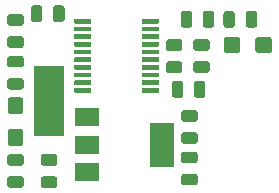
<source format=gtp>
G04 #@! TF.GenerationSoftware,KiCad,Pcbnew,(5.1.5)-3*
G04 #@! TF.CreationDate,2020-03-15T16:40:32+08:00*
G04 #@! TF.ProjectId,InHub_Sub,496e4875-625f-4537-9562-2e6b69636164,rev?*
G04 #@! TF.SameCoordinates,Original*
G04 #@! TF.FileFunction,Paste,Top*
G04 #@! TF.FilePolarity,Positive*
%FSLAX46Y46*%
G04 Gerber Fmt 4.6, Leading zero omitted, Abs format (unit mm)*
G04 Created by KiCad (PCBNEW (5.1.5)-3) date 2020-03-15 16:40:32*
%MOMM*%
%LPD*%
G04 APERTURE LIST*
%ADD10C,0.100000*%
%ADD11R,2.000000X3.800000*%
%ADD12R,2.000000X1.500000*%
%ADD13R,2.500000X6.000000*%
G04 APERTURE END LIST*
D10*
G36*
X61716602Y-76326682D02*
G01*
X61726309Y-76328121D01*
X61735828Y-76330506D01*
X61745068Y-76333812D01*
X61753940Y-76338008D01*
X61762357Y-76343053D01*
X61770239Y-76348899D01*
X61777511Y-76355489D01*
X61784101Y-76362761D01*
X61789947Y-76370643D01*
X61794992Y-76379060D01*
X61799188Y-76387932D01*
X61802494Y-76397172D01*
X61804879Y-76406691D01*
X61806318Y-76416398D01*
X61806800Y-76426200D01*
X61806800Y-76626200D01*
X61806318Y-76636002D01*
X61804879Y-76645709D01*
X61802494Y-76655228D01*
X61799188Y-76664468D01*
X61794992Y-76673340D01*
X61789947Y-76681757D01*
X61784101Y-76689639D01*
X61777511Y-76696911D01*
X61770239Y-76703501D01*
X61762357Y-76709347D01*
X61753940Y-76714392D01*
X61745068Y-76718588D01*
X61735828Y-76721894D01*
X61726309Y-76724279D01*
X61716602Y-76725718D01*
X61706800Y-76726200D01*
X60431800Y-76726200D01*
X60421998Y-76725718D01*
X60412291Y-76724279D01*
X60402772Y-76721894D01*
X60393532Y-76718588D01*
X60384660Y-76714392D01*
X60376243Y-76709347D01*
X60368361Y-76703501D01*
X60361089Y-76696911D01*
X60354499Y-76689639D01*
X60348653Y-76681757D01*
X60343608Y-76673340D01*
X60339412Y-76664468D01*
X60336106Y-76655228D01*
X60333721Y-76645709D01*
X60332282Y-76636002D01*
X60331800Y-76626200D01*
X60331800Y-76426200D01*
X60332282Y-76416398D01*
X60333721Y-76406691D01*
X60336106Y-76397172D01*
X60339412Y-76387932D01*
X60343608Y-76379060D01*
X60348653Y-76370643D01*
X60354499Y-76362761D01*
X60361089Y-76355489D01*
X60368361Y-76348899D01*
X60376243Y-76343053D01*
X60384660Y-76338008D01*
X60393532Y-76333812D01*
X60402772Y-76330506D01*
X60412291Y-76328121D01*
X60421998Y-76326682D01*
X60431800Y-76326200D01*
X61706800Y-76326200D01*
X61716602Y-76326682D01*
G37*
G36*
X61716602Y-76976682D02*
G01*
X61726309Y-76978121D01*
X61735828Y-76980506D01*
X61745068Y-76983812D01*
X61753940Y-76988008D01*
X61762357Y-76993053D01*
X61770239Y-76998899D01*
X61777511Y-77005489D01*
X61784101Y-77012761D01*
X61789947Y-77020643D01*
X61794992Y-77029060D01*
X61799188Y-77037932D01*
X61802494Y-77047172D01*
X61804879Y-77056691D01*
X61806318Y-77066398D01*
X61806800Y-77076200D01*
X61806800Y-77276200D01*
X61806318Y-77286002D01*
X61804879Y-77295709D01*
X61802494Y-77305228D01*
X61799188Y-77314468D01*
X61794992Y-77323340D01*
X61789947Y-77331757D01*
X61784101Y-77339639D01*
X61777511Y-77346911D01*
X61770239Y-77353501D01*
X61762357Y-77359347D01*
X61753940Y-77364392D01*
X61745068Y-77368588D01*
X61735828Y-77371894D01*
X61726309Y-77374279D01*
X61716602Y-77375718D01*
X61706800Y-77376200D01*
X60431800Y-77376200D01*
X60421998Y-77375718D01*
X60412291Y-77374279D01*
X60402772Y-77371894D01*
X60393532Y-77368588D01*
X60384660Y-77364392D01*
X60376243Y-77359347D01*
X60368361Y-77353501D01*
X60361089Y-77346911D01*
X60354499Y-77339639D01*
X60348653Y-77331757D01*
X60343608Y-77323340D01*
X60339412Y-77314468D01*
X60336106Y-77305228D01*
X60333721Y-77295709D01*
X60332282Y-77286002D01*
X60331800Y-77276200D01*
X60331800Y-77076200D01*
X60332282Y-77066398D01*
X60333721Y-77056691D01*
X60336106Y-77047172D01*
X60339412Y-77037932D01*
X60343608Y-77029060D01*
X60348653Y-77020643D01*
X60354499Y-77012761D01*
X60361089Y-77005489D01*
X60368361Y-76998899D01*
X60376243Y-76993053D01*
X60384660Y-76988008D01*
X60393532Y-76983812D01*
X60402772Y-76980506D01*
X60412291Y-76978121D01*
X60421998Y-76976682D01*
X60431800Y-76976200D01*
X61706800Y-76976200D01*
X61716602Y-76976682D01*
G37*
G36*
X61716602Y-77626682D02*
G01*
X61726309Y-77628121D01*
X61735828Y-77630506D01*
X61745068Y-77633812D01*
X61753940Y-77638008D01*
X61762357Y-77643053D01*
X61770239Y-77648899D01*
X61777511Y-77655489D01*
X61784101Y-77662761D01*
X61789947Y-77670643D01*
X61794992Y-77679060D01*
X61799188Y-77687932D01*
X61802494Y-77697172D01*
X61804879Y-77706691D01*
X61806318Y-77716398D01*
X61806800Y-77726200D01*
X61806800Y-77926200D01*
X61806318Y-77936002D01*
X61804879Y-77945709D01*
X61802494Y-77955228D01*
X61799188Y-77964468D01*
X61794992Y-77973340D01*
X61789947Y-77981757D01*
X61784101Y-77989639D01*
X61777511Y-77996911D01*
X61770239Y-78003501D01*
X61762357Y-78009347D01*
X61753940Y-78014392D01*
X61745068Y-78018588D01*
X61735828Y-78021894D01*
X61726309Y-78024279D01*
X61716602Y-78025718D01*
X61706800Y-78026200D01*
X60431800Y-78026200D01*
X60421998Y-78025718D01*
X60412291Y-78024279D01*
X60402772Y-78021894D01*
X60393532Y-78018588D01*
X60384660Y-78014392D01*
X60376243Y-78009347D01*
X60368361Y-78003501D01*
X60361089Y-77996911D01*
X60354499Y-77989639D01*
X60348653Y-77981757D01*
X60343608Y-77973340D01*
X60339412Y-77964468D01*
X60336106Y-77955228D01*
X60333721Y-77945709D01*
X60332282Y-77936002D01*
X60331800Y-77926200D01*
X60331800Y-77726200D01*
X60332282Y-77716398D01*
X60333721Y-77706691D01*
X60336106Y-77697172D01*
X60339412Y-77687932D01*
X60343608Y-77679060D01*
X60348653Y-77670643D01*
X60354499Y-77662761D01*
X60361089Y-77655489D01*
X60368361Y-77648899D01*
X60376243Y-77643053D01*
X60384660Y-77638008D01*
X60393532Y-77633812D01*
X60402772Y-77630506D01*
X60412291Y-77628121D01*
X60421998Y-77626682D01*
X60431800Y-77626200D01*
X61706800Y-77626200D01*
X61716602Y-77626682D01*
G37*
G36*
X61716602Y-78276682D02*
G01*
X61726309Y-78278121D01*
X61735828Y-78280506D01*
X61745068Y-78283812D01*
X61753940Y-78288008D01*
X61762357Y-78293053D01*
X61770239Y-78298899D01*
X61777511Y-78305489D01*
X61784101Y-78312761D01*
X61789947Y-78320643D01*
X61794992Y-78329060D01*
X61799188Y-78337932D01*
X61802494Y-78347172D01*
X61804879Y-78356691D01*
X61806318Y-78366398D01*
X61806800Y-78376200D01*
X61806800Y-78576200D01*
X61806318Y-78586002D01*
X61804879Y-78595709D01*
X61802494Y-78605228D01*
X61799188Y-78614468D01*
X61794992Y-78623340D01*
X61789947Y-78631757D01*
X61784101Y-78639639D01*
X61777511Y-78646911D01*
X61770239Y-78653501D01*
X61762357Y-78659347D01*
X61753940Y-78664392D01*
X61745068Y-78668588D01*
X61735828Y-78671894D01*
X61726309Y-78674279D01*
X61716602Y-78675718D01*
X61706800Y-78676200D01*
X60431800Y-78676200D01*
X60421998Y-78675718D01*
X60412291Y-78674279D01*
X60402772Y-78671894D01*
X60393532Y-78668588D01*
X60384660Y-78664392D01*
X60376243Y-78659347D01*
X60368361Y-78653501D01*
X60361089Y-78646911D01*
X60354499Y-78639639D01*
X60348653Y-78631757D01*
X60343608Y-78623340D01*
X60339412Y-78614468D01*
X60336106Y-78605228D01*
X60333721Y-78595709D01*
X60332282Y-78586002D01*
X60331800Y-78576200D01*
X60331800Y-78376200D01*
X60332282Y-78366398D01*
X60333721Y-78356691D01*
X60336106Y-78347172D01*
X60339412Y-78337932D01*
X60343608Y-78329060D01*
X60348653Y-78320643D01*
X60354499Y-78312761D01*
X60361089Y-78305489D01*
X60368361Y-78298899D01*
X60376243Y-78293053D01*
X60384660Y-78288008D01*
X60393532Y-78283812D01*
X60402772Y-78280506D01*
X60412291Y-78278121D01*
X60421998Y-78276682D01*
X60431800Y-78276200D01*
X61706800Y-78276200D01*
X61716602Y-78276682D01*
G37*
G36*
X61716602Y-78926682D02*
G01*
X61726309Y-78928121D01*
X61735828Y-78930506D01*
X61745068Y-78933812D01*
X61753940Y-78938008D01*
X61762357Y-78943053D01*
X61770239Y-78948899D01*
X61777511Y-78955489D01*
X61784101Y-78962761D01*
X61789947Y-78970643D01*
X61794992Y-78979060D01*
X61799188Y-78987932D01*
X61802494Y-78997172D01*
X61804879Y-79006691D01*
X61806318Y-79016398D01*
X61806800Y-79026200D01*
X61806800Y-79226200D01*
X61806318Y-79236002D01*
X61804879Y-79245709D01*
X61802494Y-79255228D01*
X61799188Y-79264468D01*
X61794992Y-79273340D01*
X61789947Y-79281757D01*
X61784101Y-79289639D01*
X61777511Y-79296911D01*
X61770239Y-79303501D01*
X61762357Y-79309347D01*
X61753940Y-79314392D01*
X61745068Y-79318588D01*
X61735828Y-79321894D01*
X61726309Y-79324279D01*
X61716602Y-79325718D01*
X61706800Y-79326200D01*
X60431800Y-79326200D01*
X60421998Y-79325718D01*
X60412291Y-79324279D01*
X60402772Y-79321894D01*
X60393532Y-79318588D01*
X60384660Y-79314392D01*
X60376243Y-79309347D01*
X60368361Y-79303501D01*
X60361089Y-79296911D01*
X60354499Y-79289639D01*
X60348653Y-79281757D01*
X60343608Y-79273340D01*
X60339412Y-79264468D01*
X60336106Y-79255228D01*
X60333721Y-79245709D01*
X60332282Y-79236002D01*
X60331800Y-79226200D01*
X60331800Y-79026200D01*
X60332282Y-79016398D01*
X60333721Y-79006691D01*
X60336106Y-78997172D01*
X60339412Y-78987932D01*
X60343608Y-78979060D01*
X60348653Y-78970643D01*
X60354499Y-78962761D01*
X60361089Y-78955489D01*
X60368361Y-78948899D01*
X60376243Y-78943053D01*
X60384660Y-78938008D01*
X60393532Y-78933812D01*
X60402772Y-78930506D01*
X60412291Y-78928121D01*
X60421998Y-78926682D01*
X60431800Y-78926200D01*
X61706800Y-78926200D01*
X61716602Y-78926682D01*
G37*
G36*
X61716602Y-79576682D02*
G01*
X61726309Y-79578121D01*
X61735828Y-79580506D01*
X61745068Y-79583812D01*
X61753940Y-79588008D01*
X61762357Y-79593053D01*
X61770239Y-79598899D01*
X61777511Y-79605489D01*
X61784101Y-79612761D01*
X61789947Y-79620643D01*
X61794992Y-79629060D01*
X61799188Y-79637932D01*
X61802494Y-79647172D01*
X61804879Y-79656691D01*
X61806318Y-79666398D01*
X61806800Y-79676200D01*
X61806800Y-79876200D01*
X61806318Y-79886002D01*
X61804879Y-79895709D01*
X61802494Y-79905228D01*
X61799188Y-79914468D01*
X61794992Y-79923340D01*
X61789947Y-79931757D01*
X61784101Y-79939639D01*
X61777511Y-79946911D01*
X61770239Y-79953501D01*
X61762357Y-79959347D01*
X61753940Y-79964392D01*
X61745068Y-79968588D01*
X61735828Y-79971894D01*
X61726309Y-79974279D01*
X61716602Y-79975718D01*
X61706800Y-79976200D01*
X60431800Y-79976200D01*
X60421998Y-79975718D01*
X60412291Y-79974279D01*
X60402772Y-79971894D01*
X60393532Y-79968588D01*
X60384660Y-79964392D01*
X60376243Y-79959347D01*
X60368361Y-79953501D01*
X60361089Y-79946911D01*
X60354499Y-79939639D01*
X60348653Y-79931757D01*
X60343608Y-79923340D01*
X60339412Y-79914468D01*
X60336106Y-79905228D01*
X60333721Y-79895709D01*
X60332282Y-79886002D01*
X60331800Y-79876200D01*
X60331800Y-79676200D01*
X60332282Y-79666398D01*
X60333721Y-79656691D01*
X60336106Y-79647172D01*
X60339412Y-79637932D01*
X60343608Y-79629060D01*
X60348653Y-79620643D01*
X60354499Y-79612761D01*
X60361089Y-79605489D01*
X60368361Y-79598899D01*
X60376243Y-79593053D01*
X60384660Y-79588008D01*
X60393532Y-79583812D01*
X60402772Y-79580506D01*
X60412291Y-79578121D01*
X60421998Y-79576682D01*
X60431800Y-79576200D01*
X61706800Y-79576200D01*
X61716602Y-79576682D01*
G37*
G36*
X61716602Y-80226682D02*
G01*
X61726309Y-80228121D01*
X61735828Y-80230506D01*
X61745068Y-80233812D01*
X61753940Y-80238008D01*
X61762357Y-80243053D01*
X61770239Y-80248899D01*
X61777511Y-80255489D01*
X61784101Y-80262761D01*
X61789947Y-80270643D01*
X61794992Y-80279060D01*
X61799188Y-80287932D01*
X61802494Y-80297172D01*
X61804879Y-80306691D01*
X61806318Y-80316398D01*
X61806800Y-80326200D01*
X61806800Y-80526200D01*
X61806318Y-80536002D01*
X61804879Y-80545709D01*
X61802494Y-80555228D01*
X61799188Y-80564468D01*
X61794992Y-80573340D01*
X61789947Y-80581757D01*
X61784101Y-80589639D01*
X61777511Y-80596911D01*
X61770239Y-80603501D01*
X61762357Y-80609347D01*
X61753940Y-80614392D01*
X61745068Y-80618588D01*
X61735828Y-80621894D01*
X61726309Y-80624279D01*
X61716602Y-80625718D01*
X61706800Y-80626200D01*
X60431800Y-80626200D01*
X60421998Y-80625718D01*
X60412291Y-80624279D01*
X60402772Y-80621894D01*
X60393532Y-80618588D01*
X60384660Y-80614392D01*
X60376243Y-80609347D01*
X60368361Y-80603501D01*
X60361089Y-80596911D01*
X60354499Y-80589639D01*
X60348653Y-80581757D01*
X60343608Y-80573340D01*
X60339412Y-80564468D01*
X60336106Y-80555228D01*
X60333721Y-80545709D01*
X60332282Y-80536002D01*
X60331800Y-80526200D01*
X60331800Y-80326200D01*
X60332282Y-80316398D01*
X60333721Y-80306691D01*
X60336106Y-80297172D01*
X60339412Y-80287932D01*
X60343608Y-80279060D01*
X60348653Y-80270643D01*
X60354499Y-80262761D01*
X60361089Y-80255489D01*
X60368361Y-80248899D01*
X60376243Y-80243053D01*
X60384660Y-80238008D01*
X60393532Y-80233812D01*
X60402772Y-80230506D01*
X60412291Y-80228121D01*
X60421998Y-80226682D01*
X60431800Y-80226200D01*
X61706800Y-80226200D01*
X61716602Y-80226682D01*
G37*
G36*
X61716602Y-80876682D02*
G01*
X61726309Y-80878121D01*
X61735828Y-80880506D01*
X61745068Y-80883812D01*
X61753940Y-80888008D01*
X61762357Y-80893053D01*
X61770239Y-80898899D01*
X61777511Y-80905489D01*
X61784101Y-80912761D01*
X61789947Y-80920643D01*
X61794992Y-80929060D01*
X61799188Y-80937932D01*
X61802494Y-80947172D01*
X61804879Y-80956691D01*
X61806318Y-80966398D01*
X61806800Y-80976200D01*
X61806800Y-81176200D01*
X61806318Y-81186002D01*
X61804879Y-81195709D01*
X61802494Y-81205228D01*
X61799188Y-81214468D01*
X61794992Y-81223340D01*
X61789947Y-81231757D01*
X61784101Y-81239639D01*
X61777511Y-81246911D01*
X61770239Y-81253501D01*
X61762357Y-81259347D01*
X61753940Y-81264392D01*
X61745068Y-81268588D01*
X61735828Y-81271894D01*
X61726309Y-81274279D01*
X61716602Y-81275718D01*
X61706800Y-81276200D01*
X60431800Y-81276200D01*
X60421998Y-81275718D01*
X60412291Y-81274279D01*
X60402772Y-81271894D01*
X60393532Y-81268588D01*
X60384660Y-81264392D01*
X60376243Y-81259347D01*
X60368361Y-81253501D01*
X60361089Y-81246911D01*
X60354499Y-81239639D01*
X60348653Y-81231757D01*
X60343608Y-81223340D01*
X60339412Y-81214468D01*
X60336106Y-81205228D01*
X60333721Y-81195709D01*
X60332282Y-81186002D01*
X60331800Y-81176200D01*
X60331800Y-80976200D01*
X60332282Y-80966398D01*
X60333721Y-80956691D01*
X60336106Y-80947172D01*
X60339412Y-80937932D01*
X60343608Y-80929060D01*
X60348653Y-80920643D01*
X60354499Y-80912761D01*
X60361089Y-80905489D01*
X60368361Y-80898899D01*
X60376243Y-80893053D01*
X60384660Y-80888008D01*
X60393532Y-80883812D01*
X60402772Y-80880506D01*
X60412291Y-80878121D01*
X60421998Y-80876682D01*
X60431800Y-80876200D01*
X61706800Y-80876200D01*
X61716602Y-80876682D01*
G37*
G36*
X61716602Y-81526682D02*
G01*
X61726309Y-81528121D01*
X61735828Y-81530506D01*
X61745068Y-81533812D01*
X61753940Y-81538008D01*
X61762357Y-81543053D01*
X61770239Y-81548899D01*
X61777511Y-81555489D01*
X61784101Y-81562761D01*
X61789947Y-81570643D01*
X61794992Y-81579060D01*
X61799188Y-81587932D01*
X61802494Y-81597172D01*
X61804879Y-81606691D01*
X61806318Y-81616398D01*
X61806800Y-81626200D01*
X61806800Y-81826200D01*
X61806318Y-81836002D01*
X61804879Y-81845709D01*
X61802494Y-81855228D01*
X61799188Y-81864468D01*
X61794992Y-81873340D01*
X61789947Y-81881757D01*
X61784101Y-81889639D01*
X61777511Y-81896911D01*
X61770239Y-81903501D01*
X61762357Y-81909347D01*
X61753940Y-81914392D01*
X61745068Y-81918588D01*
X61735828Y-81921894D01*
X61726309Y-81924279D01*
X61716602Y-81925718D01*
X61706800Y-81926200D01*
X60431800Y-81926200D01*
X60421998Y-81925718D01*
X60412291Y-81924279D01*
X60402772Y-81921894D01*
X60393532Y-81918588D01*
X60384660Y-81914392D01*
X60376243Y-81909347D01*
X60368361Y-81903501D01*
X60361089Y-81896911D01*
X60354499Y-81889639D01*
X60348653Y-81881757D01*
X60343608Y-81873340D01*
X60339412Y-81864468D01*
X60336106Y-81855228D01*
X60333721Y-81845709D01*
X60332282Y-81836002D01*
X60331800Y-81826200D01*
X60331800Y-81626200D01*
X60332282Y-81616398D01*
X60333721Y-81606691D01*
X60336106Y-81597172D01*
X60339412Y-81587932D01*
X60343608Y-81579060D01*
X60348653Y-81570643D01*
X60354499Y-81562761D01*
X60361089Y-81555489D01*
X60368361Y-81548899D01*
X60376243Y-81543053D01*
X60384660Y-81538008D01*
X60393532Y-81533812D01*
X60402772Y-81530506D01*
X60412291Y-81528121D01*
X60421998Y-81526682D01*
X60431800Y-81526200D01*
X61706800Y-81526200D01*
X61716602Y-81526682D01*
G37*
G36*
X61716602Y-82176682D02*
G01*
X61726309Y-82178121D01*
X61735828Y-82180506D01*
X61745068Y-82183812D01*
X61753940Y-82188008D01*
X61762357Y-82193053D01*
X61770239Y-82198899D01*
X61777511Y-82205489D01*
X61784101Y-82212761D01*
X61789947Y-82220643D01*
X61794992Y-82229060D01*
X61799188Y-82237932D01*
X61802494Y-82247172D01*
X61804879Y-82256691D01*
X61806318Y-82266398D01*
X61806800Y-82276200D01*
X61806800Y-82476200D01*
X61806318Y-82486002D01*
X61804879Y-82495709D01*
X61802494Y-82505228D01*
X61799188Y-82514468D01*
X61794992Y-82523340D01*
X61789947Y-82531757D01*
X61784101Y-82539639D01*
X61777511Y-82546911D01*
X61770239Y-82553501D01*
X61762357Y-82559347D01*
X61753940Y-82564392D01*
X61745068Y-82568588D01*
X61735828Y-82571894D01*
X61726309Y-82574279D01*
X61716602Y-82575718D01*
X61706800Y-82576200D01*
X60431800Y-82576200D01*
X60421998Y-82575718D01*
X60412291Y-82574279D01*
X60402772Y-82571894D01*
X60393532Y-82568588D01*
X60384660Y-82564392D01*
X60376243Y-82559347D01*
X60368361Y-82553501D01*
X60361089Y-82546911D01*
X60354499Y-82539639D01*
X60348653Y-82531757D01*
X60343608Y-82523340D01*
X60339412Y-82514468D01*
X60336106Y-82505228D01*
X60333721Y-82495709D01*
X60332282Y-82486002D01*
X60331800Y-82476200D01*
X60331800Y-82276200D01*
X60332282Y-82266398D01*
X60333721Y-82256691D01*
X60336106Y-82247172D01*
X60339412Y-82237932D01*
X60343608Y-82229060D01*
X60348653Y-82220643D01*
X60354499Y-82212761D01*
X60361089Y-82205489D01*
X60368361Y-82198899D01*
X60376243Y-82193053D01*
X60384660Y-82188008D01*
X60393532Y-82183812D01*
X60402772Y-82180506D01*
X60412291Y-82178121D01*
X60421998Y-82176682D01*
X60431800Y-82176200D01*
X61706800Y-82176200D01*
X61716602Y-82176682D01*
G37*
G36*
X67441602Y-82176682D02*
G01*
X67451309Y-82178121D01*
X67460828Y-82180506D01*
X67470068Y-82183812D01*
X67478940Y-82188008D01*
X67487357Y-82193053D01*
X67495239Y-82198899D01*
X67502511Y-82205489D01*
X67509101Y-82212761D01*
X67514947Y-82220643D01*
X67519992Y-82229060D01*
X67524188Y-82237932D01*
X67527494Y-82247172D01*
X67529879Y-82256691D01*
X67531318Y-82266398D01*
X67531800Y-82276200D01*
X67531800Y-82476200D01*
X67531318Y-82486002D01*
X67529879Y-82495709D01*
X67527494Y-82505228D01*
X67524188Y-82514468D01*
X67519992Y-82523340D01*
X67514947Y-82531757D01*
X67509101Y-82539639D01*
X67502511Y-82546911D01*
X67495239Y-82553501D01*
X67487357Y-82559347D01*
X67478940Y-82564392D01*
X67470068Y-82568588D01*
X67460828Y-82571894D01*
X67451309Y-82574279D01*
X67441602Y-82575718D01*
X67431800Y-82576200D01*
X66156800Y-82576200D01*
X66146998Y-82575718D01*
X66137291Y-82574279D01*
X66127772Y-82571894D01*
X66118532Y-82568588D01*
X66109660Y-82564392D01*
X66101243Y-82559347D01*
X66093361Y-82553501D01*
X66086089Y-82546911D01*
X66079499Y-82539639D01*
X66073653Y-82531757D01*
X66068608Y-82523340D01*
X66064412Y-82514468D01*
X66061106Y-82505228D01*
X66058721Y-82495709D01*
X66057282Y-82486002D01*
X66056800Y-82476200D01*
X66056800Y-82276200D01*
X66057282Y-82266398D01*
X66058721Y-82256691D01*
X66061106Y-82247172D01*
X66064412Y-82237932D01*
X66068608Y-82229060D01*
X66073653Y-82220643D01*
X66079499Y-82212761D01*
X66086089Y-82205489D01*
X66093361Y-82198899D01*
X66101243Y-82193053D01*
X66109660Y-82188008D01*
X66118532Y-82183812D01*
X66127772Y-82180506D01*
X66137291Y-82178121D01*
X66146998Y-82176682D01*
X66156800Y-82176200D01*
X67431800Y-82176200D01*
X67441602Y-82176682D01*
G37*
G36*
X67441602Y-81526682D02*
G01*
X67451309Y-81528121D01*
X67460828Y-81530506D01*
X67470068Y-81533812D01*
X67478940Y-81538008D01*
X67487357Y-81543053D01*
X67495239Y-81548899D01*
X67502511Y-81555489D01*
X67509101Y-81562761D01*
X67514947Y-81570643D01*
X67519992Y-81579060D01*
X67524188Y-81587932D01*
X67527494Y-81597172D01*
X67529879Y-81606691D01*
X67531318Y-81616398D01*
X67531800Y-81626200D01*
X67531800Y-81826200D01*
X67531318Y-81836002D01*
X67529879Y-81845709D01*
X67527494Y-81855228D01*
X67524188Y-81864468D01*
X67519992Y-81873340D01*
X67514947Y-81881757D01*
X67509101Y-81889639D01*
X67502511Y-81896911D01*
X67495239Y-81903501D01*
X67487357Y-81909347D01*
X67478940Y-81914392D01*
X67470068Y-81918588D01*
X67460828Y-81921894D01*
X67451309Y-81924279D01*
X67441602Y-81925718D01*
X67431800Y-81926200D01*
X66156800Y-81926200D01*
X66146998Y-81925718D01*
X66137291Y-81924279D01*
X66127772Y-81921894D01*
X66118532Y-81918588D01*
X66109660Y-81914392D01*
X66101243Y-81909347D01*
X66093361Y-81903501D01*
X66086089Y-81896911D01*
X66079499Y-81889639D01*
X66073653Y-81881757D01*
X66068608Y-81873340D01*
X66064412Y-81864468D01*
X66061106Y-81855228D01*
X66058721Y-81845709D01*
X66057282Y-81836002D01*
X66056800Y-81826200D01*
X66056800Y-81626200D01*
X66057282Y-81616398D01*
X66058721Y-81606691D01*
X66061106Y-81597172D01*
X66064412Y-81587932D01*
X66068608Y-81579060D01*
X66073653Y-81570643D01*
X66079499Y-81562761D01*
X66086089Y-81555489D01*
X66093361Y-81548899D01*
X66101243Y-81543053D01*
X66109660Y-81538008D01*
X66118532Y-81533812D01*
X66127772Y-81530506D01*
X66137291Y-81528121D01*
X66146998Y-81526682D01*
X66156800Y-81526200D01*
X67431800Y-81526200D01*
X67441602Y-81526682D01*
G37*
G36*
X67441602Y-80876682D02*
G01*
X67451309Y-80878121D01*
X67460828Y-80880506D01*
X67470068Y-80883812D01*
X67478940Y-80888008D01*
X67487357Y-80893053D01*
X67495239Y-80898899D01*
X67502511Y-80905489D01*
X67509101Y-80912761D01*
X67514947Y-80920643D01*
X67519992Y-80929060D01*
X67524188Y-80937932D01*
X67527494Y-80947172D01*
X67529879Y-80956691D01*
X67531318Y-80966398D01*
X67531800Y-80976200D01*
X67531800Y-81176200D01*
X67531318Y-81186002D01*
X67529879Y-81195709D01*
X67527494Y-81205228D01*
X67524188Y-81214468D01*
X67519992Y-81223340D01*
X67514947Y-81231757D01*
X67509101Y-81239639D01*
X67502511Y-81246911D01*
X67495239Y-81253501D01*
X67487357Y-81259347D01*
X67478940Y-81264392D01*
X67470068Y-81268588D01*
X67460828Y-81271894D01*
X67451309Y-81274279D01*
X67441602Y-81275718D01*
X67431800Y-81276200D01*
X66156800Y-81276200D01*
X66146998Y-81275718D01*
X66137291Y-81274279D01*
X66127772Y-81271894D01*
X66118532Y-81268588D01*
X66109660Y-81264392D01*
X66101243Y-81259347D01*
X66093361Y-81253501D01*
X66086089Y-81246911D01*
X66079499Y-81239639D01*
X66073653Y-81231757D01*
X66068608Y-81223340D01*
X66064412Y-81214468D01*
X66061106Y-81205228D01*
X66058721Y-81195709D01*
X66057282Y-81186002D01*
X66056800Y-81176200D01*
X66056800Y-80976200D01*
X66057282Y-80966398D01*
X66058721Y-80956691D01*
X66061106Y-80947172D01*
X66064412Y-80937932D01*
X66068608Y-80929060D01*
X66073653Y-80920643D01*
X66079499Y-80912761D01*
X66086089Y-80905489D01*
X66093361Y-80898899D01*
X66101243Y-80893053D01*
X66109660Y-80888008D01*
X66118532Y-80883812D01*
X66127772Y-80880506D01*
X66137291Y-80878121D01*
X66146998Y-80876682D01*
X66156800Y-80876200D01*
X67431800Y-80876200D01*
X67441602Y-80876682D01*
G37*
G36*
X67441602Y-80226682D02*
G01*
X67451309Y-80228121D01*
X67460828Y-80230506D01*
X67470068Y-80233812D01*
X67478940Y-80238008D01*
X67487357Y-80243053D01*
X67495239Y-80248899D01*
X67502511Y-80255489D01*
X67509101Y-80262761D01*
X67514947Y-80270643D01*
X67519992Y-80279060D01*
X67524188Y-80287932D01*
X67527494Y-80297172D01*
X67529879Y-80306691D01*
X67531318Y-80316398D01*
X67531800Y-80326200D01*
X67531800Y-80526200D01*
X67531318Y-80536002D01*
X67529879Y-80545709D01*
X67527494Y-80555228D01*
X67524188Y-80564468D01*
X67519992Y-80573340D01*
X67514947Y-80581757D01*
X67509101Y-80589639D01*
X67502511Y-80596911D01*
X67495239Y-80603501D01*
X67487357Y-80609347D01*
X67478940Y-80614392D01*
X67470068Y-80618588D01*
X67460828Y-80621894D01*
X67451309Y-80624279D01*
X67441602Y-80625718D01*
X67431800Y-80626200D01*
X66156800Y-80626200D01*
X66146998Y-80625718D01*
X66137291Y-80624279D01*
X66127772Y-80621894D01*
X66118532Y-80618588D01*
X66109660Y-80614392D01*
X66101243Y-80609347D01*
X66093361Y-80603501D01*
X66086089Y-80596911D01*
X66079499Y-80589639D01*
X66073653Y-80581757D01*
X66068608Y-80573340D01*
X66064412Y-80564468D01*
X66061106Y-80555228D01*
X66058721Y-80545709D01*
X66057282Y-80536002D01*
X66056800Y-80526200D01*
X66056800Y-80326200D01*
X66057282Y-80316398D01*
X66058721Y-80306691D01*
X66061106Y-80297172D01*
X66064412Y-80287932D01*
X66068608Y-80279060D01*
X66073653Y-80270643D01*
X66079499Y-80262761D01*
X66086089Y-80255489D01*
X66093361Y-80248899D01*
X66101243Y-80243053D01*
X66109660Y-80238008D01*
X66118532Y-80233812D01*
X66127772Y-80230506D01*
X66137291Y-80228121D01*
X66146998Y-80226682D01*
X66156800Y-80226200D01*
X67431800Y-80226200D01*
X67441602Y-80226682D01*
G37*
G36*
X67441602Y-79576682D02*
G01*
X67451309Y-79578121D01*
X67460828Y-79580506D01*
X67470068Y-79583812D01*
X67478940Y-79588008D01*
X67487357Y-79593053D01*
X67495239Y-79598899D01*
X67502511Y-79605489D01*
X67509101Y-79612761D01*
X67514947Y-79620643D01*
X67519992Y-79629060D01*
X67524188Y-79637932D01*
X67527494Y-79647172D01*
X67529879Y-79656691D01*
X67531318Y-79666398D01*
X67531800Y-79676200D01*
X67531800Y-79876200D01*
X67531318Y-79886002D01*
X67529879Y-79895709D01*
X67527494Y-79905228D01*
X67524188Y-79914468D01*
X67519992Y-79923340D01*
X67514947Y-79931757D01*
X67509101Y-79939639D01*
X67502511Y-79946911D01*
X67495239Y-79953501D01*
X67487357Y-79959347D01*
X67478940Y-79964392D01*
X67470068Y-79968588D01*
X67460828Y-79971894D01*
X67451309Y-79974279D01*
X67441602Y-79975718D01*
X67431800Y-79976200D01*
X66156800Y-79976200D01*
X66146998Y-79975718D01*
X66137291Y-79974279D01*
X66127772Y-79971894D01*
X66118532Y-79968588D01*
X66109660Y-79964392D01*
X66101243Y-79959347D01*
X66093361Y-79953501D01*
X66086089Y-79946911D01*
X66079499Y-79939639D01*
X66073653Y-79931757D01*
X66068608Y-79923340D01*
X66064412Y-79914468D01*
X66061106Y-79905228D01*
X66058721Y-79895709D01*
X66057282Y-79886002D01*
X66056800Y-79876200D01*
X66056800Y-79676200D01*
X66057282Y-79666398D01*
X66058721Y-79656691D01*
X66061106Y-79647172D01*
X66064412Y-79637932D01*
X66068608Y-79629060D01*
X66073653Y-79620643D01*
X66079499Y-79612761D01*
X66086089Y-79605489D01*
X66093361Y-79598899D01*
X66101243Y-79593053D01*
X66109660Y-79588008D01*
X66118532Y-79583812D01*
X66127772Y-79580506D01*
X66137291Y-79578121D01*
X66146998Y-79576682D01*
X66156800Y-79576200D01*
X67431800Y-79576200D01*
X67441602Y-79576682D01*
G37*
G36*
X67441602Y-78926682D02*
G01*
X67451309Y-78928121D01*
X67460828Y-78930506D01*
X67470068Y-78933812D01*
X67478940Y-78938008D01*
X67487357Y-78943053D01*
X67495239Y-78948899D01*
X67502511Y-78955489D01*
X67509101Y-78962761D01*
X67514947Y-78970643D01*
X67519992Y-78979060D01*
X67524188Y-78987932D01*
X67527494Y-78997172D01*
X67529879Y-79006691D01*
X67531318Y-79016398D01*
X67531800Y-79026200D01*
X67531800Y-79226200D01*
X67531318Y-79236002D01*
X67529879Y-79245709D01*
X67527494Y-79255228D01*
X67524188Y-79264468D01*
X67519992Y-79273340D01*
X67514947Y-79281757D01*
X67509101Y-79289639D01*
X67502511Y-79296911D01*
X67495239Y-79303501D01*
X67487357Y-79309347D01*
X67478940Y-79314392D01*
X67470068Y-79318588D01*
X67460828Y-79321894D01*
X67451309Y-79324279D01*
X67441602Y-79325718D01*
X67431800Y-79326200D01*
X66156800Y-79326200D01*
X66146998Y-79325718D01*
X66137291Y-79324279D01*
X66127772Y-79321894D01*
X66118532Y-79318588D01*
X66109660Y-79314392D01*
X66101243Y-79309347D01*
X66093361Y-79303501D01*
X66086089Y-79296911D01*
X66079499Y-79289639D01*
X66073653Y-79281757D01*
X66068608Y-79273340D01*
X66064412Y-79264468D01*
X66061106Y-79255228D01*
X66058721Y-79245709D01*
X66057282Y-79236002D01*
X66056800Y-79226200D01*
X66056800Y-79026200D01*
X66057282Y-79016398D01*
X66058721Y-79006691D01*
X66061106Y-78997172D01*
X66064412Y-78987932D01*
X66068608Y-78979060D01*
X66073653Y-78970643D01*
X66079499Y-78962761D01*
X66086089Y-78955489D01*
X66093361Y-78948899D01*
X66101243Y-78943053D01*
X66109660Y-78938008D01*
X66118532Y-78933812D01*
X66127772Y-78930506D01*
X66137291Y-78928121D01*
X66146998Y-78926682D01*
X66156800Y-78926200D01*
X67431800Y-78926200D01*
X67441602Y-78926682D01*
G37*
G36*
X67441602Y-78276682D02*
G01*
X67451309Y-78278121D01*
X67460828Y-78280506D01*
X67470068Y-78283812D01*
X67478940Y-78288008D01*
X67487357Y-78293053D01*
X67495239Y-78298899D01*
X67502511Y-78305489D01*
X67509101Y-78312761D01*
X67514947Y-78320643D01*
X67519992Y-78329060D01*
X67524188Y-78337932D01*
X67527494Y-78347172D01*
X67529879Y-78356691D01*
X67531318Y-78366398D01*
X67531800Y-78376200D01*
X67531800Y-78576200D01*
X67531318Y-78586002D01*
X67529879Y-78595709D01*
X67527494Y-78605228D01*
X67524188Y-78614468D01*
X67519992Y-78623340D01*
X67514947Y-78631757D01*
X67509101Y-78639639D01*
X67502511Y-78646911D01*
X67495239Y-78653501D01*
X67487357Y-78659347D01*
X67478940Y-78664392D01*
X67470068Y-78668588D01*
X67460828Y-78671894D01*
X67451309Y-78674279D01*
X67441602Y-78675718D01*
X67431800Y-78676200D01*
X66156800Y-78676200D01*
X66146998Y-78675718D01*
X66137291Y-78674279D01*
X66127772Y-78671894D01*
X66118532Y-78668588D01*
X66109660Y-78664392D01*
X66101243Y-78659347D01*
X66093361Y-78653501D01*
X66086089Y-78646911D01*
X66079499Y-78639639D01*
X66073653Y-78631757D01*
X66068608Y-78623340D01*
X66064412Y-78614468D01*
X66061106Y-78605228D01*
X66058721Y-78595709D01*
X66057282Y-78586002D01*
X66056800Y-78576200D01*
X66056800Y-78376200D01*
X66057282Y-78366398D01*
X66058721Y-78356691D01*
X66061106Y-78347172D01*
X66064412Y-78337932D01*
X66068608Y-78329060D01*
X66073653Y-78320643D01*
X66079499Y-78312761D01*
X66086089Y-78305489D01*
X66093361Y-78298899D01*
X66101243Y-78293053D01*
X66109660Y-78288008D01*
X66118532Y-78283812D01*
X66127772Y-78280506D01*
X66137291Y-78278121D01*
X66146998Y-78276682D01*
X66156800Y-78276200D01*
X67431800Y-78276200D01*
X67441602Y-78276682D01*
G37*
G36*
X67441602Y-77626682D02*
G01*
X67451309Y-77628121D01*
X67460828Y-77630506D01*
X67470068Y-77633812D01*
X67478940Y-77638008D01*
X67487357Y-77643053D01*
X67495239Y-77648899D01*
X67502511Y-77655489D01*
X67509101Y-77662761D01*
X67514947Y-77670643D01*
X67519992Y-77679060D01*
X67524188Y-77687932D01*
X67527494Y-77697172D01*
X67529879Y-77706691D01*
X67531318Y-77716398D01*
X67531800Y-77726200D01*
X67531800Y-77926200D01*
X67531318Y-77936002D01*
X67529879Y-77945709D01*
X67527494Y-77955228D01*
X67524188Y-77964468D01*
X67519992Y-77973340D01*
X67514947Y-77981757D01*
X67509101Y-77989639D01*
X67502511Y-77996911D01*
X67495239Y-78003501D01*
X67487357Y-78009347D01*
X67478940Y-78014392D01*
X67470068Y-78018588D01*
X67460828Y-78021894D01*
X67451309Y-78024279D01*
X67441602Y-78025718D01*
X67431800Y-78026200D01*
X66156800Y-78026200D01*
X66146998Y-78025718D01*
X66137291Y-78024279D01*
X66127772Y-78021894D01*
X66118532Y-78018588D01*
X66109660Y-78014392D01*
X66101243Y-78009347D01*
X66093361Y-78003501D01*
X66086089Y-77996911D01*
X66079499Y-77989639D01*
X66073653Y-77981757D01*
X66068608Y-77973340D01*
X66064412Y-77964468D01*
X66061106Y-77955228D01*
X66058721Y-77945709D01*
X66057282Y-77936002D01*
X66056800Y-77926200D01*
X66056800Y-77726200D01*
X66057282Y-77716398D01*
X66058721Y-77706691D01*
X66061106Y-77697172D01*
X66064412Y-77687932D01*
X66068608Y-77679060D01*
X66073653Y-77670643D01*
X66079499Y-77662761D01*
X66086089Y-77655489D01*
X66093361Y-77648899D01*
X66101243Y-77643053D01*
X66109660Y-77638008D01*
X66118532Y-77633812D01*
X66127772Y-77630506D01*
X66137291Y-77628121D01*
X66146998Y-77626682D01*
X66156800Y-77626200D01*
X67431800Y-77626200D01*
X67441602Y-77626682D01*
G37*
G36*
X67441602Y-76976682D02*
G01*
X67451309Y-76978121D01*
X67460828Y-76980506D01*
X67470068Y-76983812D01*
X67478940Y-76988008D01*
X67487357Y-76993053D01*
X67495239Y-76998899D01*
X67502511Y-77005489D01*
X67509101Y-77012761D01*
X67514947Y-77020643D01*
X67519992Y-77029060D01*
X67524188Y-77037932D01*
X67527494Y-77047172D01*
X67529879Y-77056691D01*
X67531318Y-77066398D01*
X67531800Y-77076200D01*
X67531800Y-77276200D01*
X67531318Y-77286002D01*
X67529879Y-77295709D01*
X67527494Y-77305228D01*
X67524188Y-77314468D01*
X67519992Y-77323340D01*
X67514947Y-77331757D01*
X67509101Y-77339639D01*
X67502511Y-77346911D01*
X67495239Y-77353501D01*
X67487357Y-77359347D01*
X67478940Y-77364392D01*
X67470068Y-77368588D01*
X67460828Y-77371894D01*
X67451309Y-77374279D01*
X67441602Y-77375718D01*
X67431800Y-77376200D01*
X66156800Y-77376200D01*
X66146998Y-77375718D01*
X66137291Y-77374279D01*
X66127772Y-77371894D01*
X66118532Y-77368588D01*
X66109660Y-77364392D01*
X66101243Y-77359347D01*
X66093361Y-77353501D01*
X66086089Y-77346911D01*
X66079499Y-77339639D01*
X66073653Y-77331757D01*
X66068608Y-77323340D01*
X66064412Y-77314468D01*
X66061106Y-77305228D01*
X66058721Y-77295709D01*
X66057282Y-77286002D01*
X66056800Y-77276200D01*
X66056800Y-77076200D01*
X66057282Y-77066398D01*
X66058721Y-77056691D01*
X66061106Y-77047172D01*
X66064412Y-77037932D01*
X66068608Y-77029060D01*
X66073653Y-77020643D01*
X66079499Y-77012761D01*
X66086089Y-77005489D01*
X66093361Y-76998899D01*
X66101243Y-76993053D01*
X66109660Y-76988008D01*
X66118532Y-76983812D01*
X66127772Y-76980506D01*
X66137291Y-76978121D01*
X66146998Y-76976682D01*
X66156800Y-76976200D01*
X67431800Y-76976200D01*
X67441602Y-76976682D01*
G37*
G36*
X67441602Y-76326682D02*
G01*
X67451309Y-76328121D01*
X67460828Y-76330506D01*
X67470068Y-76333812D01*
X67478940Y-76338008D01*
X67487357Y-76343053D01*
X67495239Y-76348899D01*
X67502511Y-76355489D01*
X67509101Y-76362761D01*
X67514947Y-76370643D01*
X67519992Y-76379060D01*
X67524188Y-76387932D01*
X67527494Y-76397172D01*
X67529879Y-76406691D01*
X67531318Y-76416398D01*
X67531800Y-76426200D01*
X67531800Y-76626200D01*
X67531318Y-76636002D01*
X67529879Y-76645709D01*
X67527494Y-76655228D01*
X67524188Y-76664468D01*
X67519992Y-76673340D01*
X67514947Y-76681757D01*
X67509101Y-76689639D01*
X67502511Y-76696911D01*
X67495239Y-76703501D01*
X67487357Y-76709347D01*
X67478940Y-76714392D01*
X67470068Y-76718588D01*
X67460828Y-76721894D01*
X67451309Y-76724279D01*
X67441602Y-76725718D01*
X67431800Y-76726200D01*
X66156800Y-76726200D01*
X66146998Y-76725718D01*
X66137291Y-76724279D01*
X66127772Y-76721894D01*
X66118532Y-76718588D01*
X66109660Y-76714392D01*
X66101243Y-76709347D01*
X66093361Y-76703501D01*
X66086089Y-76696911D01*
X66079499Y-76689639D01*
X66073653Y-76681757D01*
X66068608Y-76673340D01*
X66064412Y-76664468D01*
X66061106Y-76655228D01*
X66058721Y-76645709D01*
X66057282Y-76636002D01*
X66056800Y-76626200D01*
X66056800Y-76426200D01*
X66057282Y-76416398D01*
X66058721Y-76406691D01*
X66061106Y-76397172D01*
X66064412Y-76387932D01*
X66068608Y-76379060D01*
X66073653Y-76370643D01*
X66079499Y-76362761D01*
X66086089Y-76355489D01*
X66093361Y-76348899D01*
X66101243Y-76343053D01*
X66109660Y-76338008D01*
X66118532Y-76333812D01*
X66127772Y-76330506D01*
X66137291Y-76328121D01*
X66146998Y-76326682D01*
X66156800Y-76326200D01*
X67431800Y-76326200D01*
X67441602Y-76326682D01*
G37*
G36*
X74165345Y-77859724D02*
G01*
X74189613Y-77863324D01*
X74213412Y-77869285D01*
X74236511Y-77877550D01*
X74258690Y-77888040D01*
X74279733Y-77900652D01*
X74299439Y-77915267D01*
X74317617Y-77931743D01*
X74334093Y-77949921D01*
X74348708Y-77969627D01*
X74361320Y-77990670D01*
X74371810Y-78012849D01*
X74380075Y-78035948D01*
X74386036Y-78059747D01*
X74389636Y-78084015D01*
X74390840Y-78108519D01*
X74390840Y-78958521D01*
X74389636Y-78983025D01*
X74386036Y-79007293D01*
X74380075Y-79031092D01*
X74371810Y-79054191D01*
X74361320Y-79076370D01*
X74348708Y-79097413D01*
X74334093Y-79117119D01*
X74317617Y-79135297D01*
X74299439Y-79151773D01*
X74279733Y-79166388D01*
X74258690Y-79179000D01*
X74236511Y-79189490D01*
X74213412Y-79197755D01*
X74189613Y-79203716D01*
X74165345Y-79207316D01*
X74140841Y-79208520D01*
X73240839Y-79208520D01*
X73216335Y-79207316D01*
X73192067Y-79203716D01*
X73168268Y-79197755D01*
X73145169Y-79189490D01*
X73122990Y-79179000D01*
X73101947Y-79166388D01*
X73082241Y-79151773D01*
X73064063Y-79135297D01*
X73047587Y-79117119D01*
X73032972Y-79097413D01*
X73020360Y-79076370D01*
X73009870Y-79054191D01*
X73001605Y-79031092D01*
X72995644Y-79007293D01*
X72992044Y-78983025D01*
X72990840Y-78958521D01*
X72990840Y-78108519D01*
X72992044Y-78084015D01*
X72995644Y-78059747D01*
X73001605Y-78035948D01*
X73009870Y-78012849D01*
X73020360Y-77990670D01*
X73032972Y-77969627D01*
X73047587Y-77949921D01*
X73064063Y-77931743D01*
X73082241Y-77915267D01*
X73101947Y-77900652D01*
X73122990Y-77888040D01*
X73145169Y-77877550D01*
X73168268Y-77869285D01*
X73192067Y-77863324D01*
X73216335Y-77859724D01*
X73240839Y-77858520D01*
X74140841Y-77858520D01*
X74165345Y-77859724D01*
G37*
G36*
X76865345Y-77859724D02*
G01*
X76889613Y-77863324D01*
X76913412Y-77869285D01*
X76936511Y-77877550D01*
X76958690Y-77888040D01*
X76979733Y-77900652D01*
X76999439Y-77915267D01*
X77017617Y-77931743D01*
X77034093Y-77949921D01*
X77048708Y-77969627D01*
X77061320Y-77990670D01*
X77071810Y-78012849D01*
X77080075Y-78035948D01*
X77086036Y-78059747D01*
X77089636Y-78084015D01*
X77090840Y-78108519D01*
X77090840Y-78958521D01*
X77089636Y-78983025D01*
X77086036Y-79007293D01*
X77080075Y-79031092D01*
X77071810Y-79054191D01*
X77061320Y-79076370D01*
X77048708Y-79097413D01*
X77034093Y-79117119D01*
X77017617Y-79135297D01*
X76999439Y-79151773D01*
X76979733Y-79166388D01*
X76958690Y-79179000D01*
X76936511Y-79189490D01*
X76913412Y-79197755D01*
X76889613Y-79203716D01*
X76865345Y-79207316D01*
X76840841Y-79208520D01*
X75940839Y-79208520D01*
X75916335Y-79207316D01*
X75892067Y-79203716D01*
X75868268Y-79197755D01*
X75845169Y-79189490D01*
X75822990Y-79179000D01*
X75801947Y-79166388D01*
X75782241Y-79151773D01*
X75764063Y-79135297D01*
X75747587Y-79117119D01*
X75732972Y-79097413D01*
X75720360Y-79076370D01*
X75709870Y-79054191D01*
X75701605Y-79031092D01*
X75695644Y-79007293D01*
X75692044Y-78983025D01*
X75690840Y-78958521D01*
X75690840Y-78108519D01*
X75692044Y-78084015D01*
X75695644Y-78059747D01*
X75701605Y-78035948D01*
X75709870Y-78012849D01*
X75720360Y-77990670D01*
X75732972Y-77969627D01*
X75747587Y-77949921D01*
X75764063Y-77931743D01*
X75782241Y-77915267D01*
X75801947Y-77900652D01*
X75822990Y-77888040D01*
X75845169Y-77877550D01*
X75868268Y-77869285D01*
X75892067Y-77863324D01*
X75916335Y-77859724D01*
X75940839Y-77858520D01*
X76840841Y-77858520D01*
X76865345Y-77859724D01*
G37*
D11*
X67742200Y-86969600D03*
D12*
X61442200Y-86969600D03*
X61442200Y-89269600D03*
X61442200Y-84669600D03*
D13*
X58244600Y-83262100D03*
D10*
G36*
X70119942Y-75666274D02*
G01*
X70143603Y-75669784D01*
X70166807Y-75675596D01*
X70189329Y-75683654D01*
X70210953Y-75693882D01*
X70231470Y-75706179D01*
X70250683Y-75720429D01*
X70268407Y-75736493D01*
X70284471Y-75754217D01*
X70298721Y-75773430D01*
X70311018Y-75793947D01*
X70321246Y-75815571D01*
X70329304Y-75838093D01*
X70335116Y-75861297D01*
X70338626Y-75884958D01*
X70339800Y-75908850D01*
X70339800Y-76821350D01*
X70338626Y-76845242D01*
X70335116Y-76868903D01*
X70329304Y-76892107D01*
X70321246Y-76914629D01*
X70311018Y-76936253D01*
X70298721Y-76956770D01*
X70284471Y-76975983D01*
X70268407Y-76993707D01*
X70250683Y-77009771D01*
X70231470Y-77024021D01*
X70210953Y-77036318D01*
X70189329Y-77046546D01*
X70166807Y-77054604D01*
X70143603Y-77060416D01*
X70119942Y-77063926D01*
X70096050Y-77065100D01*
X69608550Y-77065100D01*
X69584658Y-77063926D01*
X69560997Y-77060416D01*
X69537793Y-77054604D01*
X69515271Y-77046546D01*
X69493647Y-77036318D01*
X69473130Y-77024021D01*
X69453917Y-77009771D01*
X69436193Y-76993707D01*
X69420129Y-76975983D01*
X69405879Y-76956770D01*
X69393582Y-76936253D01*
X69383354Y-76914629D01*
X69375296Y-76892107D01*
X69369484Y-76868903D01*
X69365974Y-76845242D01*
X69364800Y-76821350D01*
X69364800Y-75908850D01*
X69365974Y-75884958D01*
X69369484Y-75861297D01*
X69375296Y-75838093D01*
X69383354Y-75815571D01*
X69393582Y-75793947D01*
X69405879Y-75773430D01*
X69420129Y-75754217D01*
X69436193Y-75736493D01*
X69453917Y-75720429D01*
X69473130Y-75706179D01*
X69493647Y-75693882D01*
X69515271Y-75683654D01*
X69537793Y-75675596D01*
X69560997Y-75669784D01*
X69584658Y-75666274D01*
X69608550Y-75665100D01*
X70096050Y-75665100D01*
X70119942Y-75666274D01*
G37*
G36*
X71994942Y-75666274D02*
G01*
X72018603Y-75669784D01*
X72041807Y-75675596D01*
X72064329Y-75683654D01*
X72085953Y-75693882D01*
X72106470Y-75706179D01*
X72125683Y-75720429D01*
X72143407Y-75736493D01*
X72159471Y-75754217D01*
X72173721Y-75773430D01*
X72186018Y-75793947D01*
X72196246Y-75815571D01*
X72204304Y-75838093D01*
X72210116Y-75861297D01*
X72213626Y-75884958D01*
X72214800Y-75908850D01*
X72214800Y-76821350D01*
X72213626Y-76845242D01*
X72210116Y-76868903D01*
X72204304Y-76892107D01*
X72196246Y-76914629D01*
X72186018Y-76936253D01*
X72173721Y-76956770D01*
X72159471Y-76975983D01*
X72143407Y-76993707D01*
X72125683Y-77009771D01*
X72106470Y-77024021D01*
X72085953Y-77036318D01*
X72064329Y-77046546D01*
X72041807Y-77054604D01*
X72018603Y-77060416D01*
X71994942Y-77063926D01*
X71971050Y-77065100D01*
X71483550Y-77065100D01*
X71459658Y-77063926D01*
X71435997Y-77060416D01*
X71412793Y-77054604D01*
X71390271Y-77046546D01*
X71368647Y-77036318D01*
X71348130Y-77024021D01*
X71328917Y-77009771D01*
X71311193Y-76993707D01*
X71295129Y-76975983D01*
X71280879Y-76956770D01*
X71268582Y-76936253D01*
X71258354Y-76914629D01*
X71250296Y-76892107D01*
X71244484Y-76868903D01*
X71240974Y-76845242D01*
X71239800Y-76821350D01*
X71239800Y-75908850D01*
X71240974Y-75884958D01*
X71244484Y-75861297D01*
X71250296Y-75838093D01*
X71258354Y-75815571D01*
X71268582Y-75793947D01*
X71280879Y-75773430D01*
X71295129Y-75754217D01*
X71311193Y-75736493D01*
X71328917Y-75720429D01*
X71348130Y-75706179D01*
X71368647Y-75693882D01*
X71390271Y-75683654D01*
X71412793Y-75675596D01*
X71435997Y-75669784D01*
X71459658Y-75666274D01*
X71483550Y-75665100D01*
X71971050Y-75665100D01*
X71994942Y-75666274D01*
G37*
G36*
X73739442Y-75666274D02*
G01*
X73763103Y-75669784D01*
X73786307Y-75675596D01*
X73808829Y-75683654D01*
X73830453Y-75693882D01*
X73850970Y-75706179D01*
X73870183Y-75720429D01*
X73887907Y-75736493D01*
X73903971Y-75754217D01*
X73918221Y-75773430D01*
X73930518Y-75793947D01*
X73940746Y-75815571D01*
X73948804Y-75838093D01*
X73954616Y-75861297D01*
X73958126Y-75884958D01*
X73959300Y-75908850D01*
X73959300Y-76821350D01*
X73958126Y-76845242D01*
X73954616Y-76868903D01*
X73948804Y-76892107D01*
X73940746Y-76914629D01*
X73930518Y-76936253D01*
X73918221Y-76956770D01*
X73903971Y-76975983D01*
X73887907Y-76993707D01*
X73870183Y-77009771D01*
X73850970Y-77024021D01*
X73830453Y-77036318D01*
X73808829Y-77046546D01*
X73786307Y-77054604D01*
X73763103Y-77060416D01*
X73739442Y-77063926D01*
X73715550Y-77065100D01*
X73228050Y-77065100D01*
X73204158Y-77063926D01*
X73180497Y-77060416D01*
X73157293Y-77054604D01*
X73134771Y-77046546D01*
X73113147Y-77036318D01*
X73092630Y-77024021D01*
X73073417Y-77009771D01*
X73055693Y-76993707D01*
X73039629Y-76975983D01*
X73025379Y-76956770D01*
X73013082Y-76936253D01*
X73002854Y-76914629D01*
X72994796Y-76892107D01*
X72988984Y-76868903D01*
X72985474Y-76845242D01*
X72984300Y-76821350D01*
X72984300Y-75908850D01*
X72985474Y-75884958D01*
X72988984Y-75861297D01*
X72994796Y-75838093D01*
X73002854Y-75815571D01*
X73013082Y-75793947D01*
X73025379Y-75773430D01*
X73039629Y-75754217D01*
X73055693Y-75736493D01*
X73073417Y-75720429D01*
X73092630Y-75706179D01*
X73113147Y-75693882D01*
X73134771Y-75683654D01*
X73157293Y-75675596D01*
X73180497Y-75669784D01*
X73204158Y-75666274D01*
X73228050Y-75665100D01*
X73715550Y-75665100D01*
X73739442Y-75666274D01*
G37*
G36*
X75614442Y-75666274D02*
G01*
X75638103Y-75669784D01*
X75661307Y-75675596D01*
X75683829Y-75683654D01*
X75705453Y-75693882D01*
X75725970Y-75706179D01*
X75745183Y-75720429D01*
X75762907Y-75736493D01*
X75778971Y-75754217D01*
X75793221Y-75773430D01*
X75805518Y-75793947D01*
X75815746Y-75815571D01*
X75823804Y-75838093D01*
X75829616Y-75861297D01*
X75833126Y-75884958D01*
X75834300Y-75908850D01*
X75834300Y-76821350D01*
X75833126Y-76845242D01*
X75829616Y-76868903D01*
X75823804Y-76892107D01*
X75815746Y-76914629D01*
X75805518Y-76936253D01*
X75793221Y-76956770D01*
X75778971Y-76975983D01*
X75762907Y-76993707D01*
X75745183Y-77009771D01*
X75725970Y-77024021D01*
X75705453Y-77036318D01*
X75683829Y-77046546D01*
X75661307Y-77054604D01*
X75638103Y-77060416D01*
X75614442Y-77063926D01*
X75590550Y-77065100D01*
X75103050Y-77065100D01*
X75079158Y-77063926D01*
X75055497Y-77060416D01*
X75032293Y-77054604D01*
X75009771Y-77046546D01*
X74988147Y-77036318D01*
X74967630Y-77024021D01*
X74948417Y-77009771D01*
X74930693Y-76993707D01*
X74914629Y-76975983D01*
X74900379Y-76956770D01*
X74888082Y-76936253D01*
X74877854Y-76914629D01*
X74869796Y-76892107D01*
X74863984Y-76868903D01*
X74860474Y-76845242D01*
X74859300Y-76821350D01*
X74859300Y-75908850D01*
X74860474Y-75884958D01*
X74863984Y-75861297D01*
X74869796Y-75838093D01*
X74877854Y-75815571D01*
X74888082Y-75793947D01*
X74900379Y-75773430D01*
X74914629Y-75754217D01*
X74930693Y-75736493D01*
X74948417Y-75720429D01*
X74967630Y-75706179D01*
X74988147Y-75693882D01*
X75009771Y-75683654D01*
X75032293Y-75675596D01*
X75055497Y-75669784D01*
X75079158Y-75666274D01*
X75103050Y-75665100D01*
X75590550Y-75665100D01*
X75614442Y-75666274D01*
G37*
G36*
X71239642Y-81598974D02*
G01*
X71263303Y-81602484D01*
X71286507Y-81608296D01*
X71309029Y-81616354D01*
X71330653Y-81626582D01*
X71351170Y-81638879D01*
X71370383Y-81653129D01*
X71388107Y-81669193D01*
X71404171Y-81686917D01*
X71418421Y-81706130D01*
X71430718Y-81726647D01*
X71440946Y-81748271D01*
X71449004Y-81770793D01*
X71454816Y-81793997D01*
X71458326Y-81817658D01*
X71459500Y-81841550D01*
X71459500Y-82754050D01*
X71458326Y-82777942D01*
X71454816Y-82801603D01*
X71449004Y-82824807D01*
X71440946Y-82847329D01*
X71430718Y-82868953D01*
X71418421Y-82889470D01*
X71404171Y-82908683D01*
X71388107Y-82926407D01*
X71370383Y-82942471D01*
X71351170Y-82956721D01*
X71330653Y-82969018D01*
X71309029Y-82979246D01*
X71286507Y-82987304D01*
X71263303Y-82993116D01*
X71239642Y-82996626D01*
X71215750Y-82997800D01*
X70728250Y-82997800D01*
X70704358Y-82996626D01*
X70680697Y-82993116D01*
X70657493Y-82987304D01*
X70634971Y-82979246D01*
X70613347Y-82969018D01*
X70592830Y-82956721D01*
X70573617Y-82942471D01*
X70555893Y-82926407D01*
X70539829Y-82908683D01*
X70525579Y-82889470D01*
X70513282Y-82868953D01*
X70503054Y-82847329D01*
X70494996Y-82824807D01*
X70489184Y-82801603D01*
X70485674Y-82777942D01*
X70484500Y-82754050D01*
X70484500Y-81841550D01*
X70485674Y-81817658D01*
X70489184Y-81793997D01*
X70494996Y-81770793D01*
X70503054Y-81748271D01*
X70513282Y-81726647D01*
X70525579Y-81706130D01*
X70539829Y-81686917D01*
X70555893Y-81669193D01*
X70573617Y-81653129D01*
X70592830Y-81638879D01*
X70613347Y-81626582D01*
X70634971Y-81616354D01*
X70657493Y-81608296D01*
X70680697Y-81602484D01*
X70704358Y-81598974D01*
X70728250Y-81597800D01*
X71215750Y-81597800D01*
X71239642Y-81598974D01*
G37*
G36*
X69364642Y-81598974D02*
G01*
X69388303Y-81602484D01*
X69411507Y-81608296D01*
X69434029Y-81616354D01*
X69455653Y-81626582D01*
X69476170Y-81638879D01*
X69495383Y-81653129D01*
X69513107Y-81669193D01*
X69529171Y-81686917D01*
X69543421Y-81706130D01*
X69555718Y-81726647D01*
X69565946Y-81748271D01*
X69574004Y-81770793D01*
X69579816Y-81793997D01*
X69583326Y-81817658D01*
X69584500Y-81841550D01*
X69584500Y-82754050D01*
X69583326Y-82777942D01*
X69579816Y-82801603D01*
X69574004Y-82824807D01*
X69565946Y-82847329D01*
X69555718Y-82868953D01*
X69543421Y-82889470D01*
X69529171Y-82908683D01*
X69513107Y-82926407D01*
X69495383Y-82942471D01*
X69476170Y-82956721D01*
X69455653Y-82969018D01*
X69434029Y-82979246D01*
X69411507Y-82987304D01*
X69388303Y-82993116D01*
X69364642Y-82996626D01*
X69340750Y-82997800D01*
X68853250Y-82997800D01*
X68829358Y-82996626D01*
X68805697Y-82993116D01*
X68782493Y-82987304D01*
X68759971Y-82979246D01*
X68738347Y-82969018D01*
X68717830Y-82956721D01*
X68698617Y-82942471D01*
X68680893Y-82926407D01*
X68664829Y-82908683D01*
X68650579Y-82889470D01*
X68638282Y-82868953D01*
X68628054Y-82847329D01*
X68619996Y-82824807D01*
X68614184Y-82801603D01*
X68610674Y-82777942D01*
X68609500Y-82754050D01*
X68609500Y-81841550D01*
X68610674Y-81817658D01*
X68614184Y-81793997D01*
X68619996Y-81770793D01*
X68628054Y-81748271D01*
X68638282Y-81726647D01*
X68650579Y-81706130D01*
X68664829Y-81686917D01*
X68680893Y-81669193D01*
X68698617Y-81653129D01*
X68717830Y-81638879D01*
X68738347Y-81626582D01*
X68759971Y-81616354D01*
X68782493Y-81608296D01*
X68805697Y-81602484D01*
X68829358Y-81598974D01*
X68853250Y-81597800D01*
X69340750Y-81597800D01*
X69364642Y-81598974D01*
G37*
G36*
X55858642Y-89655974D02*
G01*
X55882303Y-89659484D01*
X55905507Y-89665296D01*
X55928029Y-89673354D01*
X55949653Y-89683582D01*
X55970170Y-89695879D01*
X55989383Y-89710129D01*
X56007107Y-89726193D01*
X56023171Y-89743917D01*
X56037421Y-89763130D01*
X56049718Y-89783647D01*
X56059946Y-89805271D01*
X56068004Y-89827793D01*
X56073816Y-89850997D01*
X56077326Y-89874658D01*
X56078500Y-89898550D01*
X56078500Y-90386050D01*
X56077326Y-90409942D01*
X56073816Y-90433603D01*
X56068004Y-90456807D01*
X56059946Y-90479329D01*
X56049718Y-90500953D01*
X56037421Y-90521470D01*
X56023171Y-90540683D01*
X56007107Y-90558407D01*
X55989383Y-90574471D01*
X55970170Y-90588721D01*
X55949653Y-90601018D01*
X55928029Y-90611246D01*
X55905507Y-90619304D01*
X55882303Y-90625116D01*
X55858642Y-90628626D01*
X55834750Y-90629800D01*
X54922250Y-90629800D01*
X54898358Y-90628626D01*
X54874697Y-90625116D01*
X54851493Y-90619304D01*
X54828971Y-90611246D01*
X54807347Y-90601018D01*
X54786830Y-90588721D01*
X54767617Y-90574471D01*
X54749893Y-90558407D01*
X54733829Y-90540683D01*
X54719579Y-90521470D01*
X54707282Y-90500953D01*
X54697054Y-90479329D01*
X54688996Y-90456807D01*
X54683184Y-90433603D01*
X54679674Y-90409942D01*
X54678500Y-90386050D01*
X54678500Y-89898550D01*
X54679674Y-89874658D01*
X54683184Y-89850997D01*
X54688996Y-89827793D01*
X54697054Y-89805271D01*
X54707282Y-89783647D01*
X54719579Y-89763130D01*
X54733829Y-89743917D01*
X54749893Y-89726193D01*
X54767617Y-89710129D01*
X54786830Y-89695879D01*
X54807347Y-89683582D01*
X54828971Y-89673354D01*
X54851493Y-89665296D01*
X54874697Y-89659484D01*
X54898358Y-89655974D01*
X54922250Y-89654800D01*
X55834750Y-89654800D01*
X55858642Y-89655974D01*
G37*
G36*
X55858642Y-87780974D02*
G01*
X55882303Y-87784484D01*
X55905507Y-87790296D01*
X55928029Y-87798354D01*
X55949653Y-87808582D01*
X55970170Y-87820879D01*
X55989383Y-87835129D01*
X56007107Y-87851193D01*
X56023171Y-87868917D01*
X56037421Y-87888130D01*
X56049718Y-87908647D01*
X56059946Y-87930271D01*
X56068004Y-87952793D01*
X56073816Y-87975997D01*
X56077326Y-87999658D01*
X56078500Y-88023550D01*
X56078500Y-88511050D01*
X56077326Y-88534942D01*
X56073816Y-88558603D01*
X56068004Y-88581807D01*
X56059946Y-88604329D01*
X56049718Y-88625953D01*
X56037421Y-88646470D01*
X56023171Y-88665683D01*
X56007107Y-88683407D01*
X55989383Y-88699471D01*
X55970170Y-88713721D01*
X55949653Y-88726018D01*
X55928029Y-88736246D01*
X55905507Y-88744304D01*
X55882303Y-88750116D01*
X55858642Y-88753626D01*
X55834750Y-88754800D01*
X54922250Y-88754800D01*
X54898358Y-88753626D01*
X54874697Y-88750116D01*
X54851493Y-88744304D01*
X54828971Y-88736246D01*
X54807347Y-88726018D01*
X54786830Y-88713721D01*
X54767617Y-88699471D01*
X54749893Y-88683407D01*
X54733829Y-88665683D01*
X54719579Y-88646470D01*
X54707282Y-88625953D01*
X54697054Y-88604329D01*
X54688996Y-88581807D01*
X54683184Y-88558603D01*
X54679674Y-88534942D01*
X54678500Y-88511050D01*
X54678500Y-88023550D01*
X54679674Y-87999658D01*
X54683184Y-87975997D01*
X54688996Y-87952793D01*
X54697054Y-87930271D01*
X54707282Y-87908647D01*
X54719579Y-87888130D01*
X54733829Y-87868917D01*
X54749893Y-87851193D01*
X54767617Y-87835129D01*
X54786830Y-87820879D01*
X54807347Y-87808582D01*
X54828971Y-87798354D01*
X54851493Y-87790296D01*
X54874697Y-87784484D01*
X54898358Y-87780974D01*
X54922250Y-87779800D01*
X55834750Y-87779800D01*
X55858642Y-87780974D01*
G37*
G36*
X69288742Y-78050474D02*
G01*
X69312403Y-78053984D01*
X69335607Y-78059796D01*
X69358129Y-78067854D01*
X69379753Y-78078082D01*
X69400270Y-78090379D01*
X69419483Y-78104629D01*
X69437207Y-78120693D01*
X69453271Y-78138417D01*
X69467521Y-78157630D01*
X69479818Y-78178147D01*
X69490046Y-78199771D01*
X69498104Y-78222293D01*
X69503916Y-78245497D01*
X69507426Y-78269158D01*
X69508600Y-78293050D01*
X69508600Y-78780550D01*
X69507426Y-78804442D01*
X69503916Y-78828103D01*
X69498104Y-78851307D01*
X69490046Y-78873829D01*
X69479818Y-78895453D01*
X69467521Y-78915970D01*
X69453271Y-78935183D01*
X69437207Y-78952907D01*
X69419483Y-78968971D01*
X69400270Y-78983221D01*
X69379753Y-78995518D01*
X69358129Y-79005746D01*
X69335607Y-79013804D01*
X69312403Y-79019616D01*
X69288742Y-79023126D01*
X69264850Y-79024300D01*
X68352350Y-79024300D01*
X68328458Y-79023126D01*
X68304797Y-79019616D01*
X68281593Y-79013804D01*
X68259071Y-79005746D01*
X68237447Y-78995518D01*
X68216930Y-78983221D01*
X68197717Y-78968971D01*
X68179993Y-78952907D01*
X68163929Y-78935183D01*
X68149679Y-78915970D01*
X68137382Y-78895453D01*
X68127154Y-78873829D01*
X68119096Y-78851307D01*
X68113284Y-78828103D01*
X68109774Y-78804442D01*
X68108600Y-78780550D01*
X68108600Y-78293050D01*
X68109774Y-78269158D01*
X68113284Y-78245497D01*
X68119096Y-78222293D01*
X68127154Y-78199771D01*
X68137382Y-78178147D01*
X68149679Y-78157630D01*
X68163929Y-78138417D01*
X68179993Y-78120693D01*
X68197717Y-78104629D01*
X68216930Y-78090379D01*
X68237447Y-78078082D01*
X68259071Y-78067854D01*
X68281593Y-78059796D01*
X68304797Y-78053984D01*
X68328458Y-78050474D01*
X68352350Y-78049300D01*
X69264850Y-78049300D01*
X69288742Y-78050474D01*
G37*
G36*
X69288742Y-79925474D02*
G01*
X69312403Y-79928984D01*
X69335607Y-79934796D01*
X69358129Y-79942854D01*
X69379753Y-79953082D01*
X69400270Y-79965379D01*
X69419483Y-79979629D01*
X69437207Y-79995693D01*
X69453271Y-80013417D01*
X69467521Y-80032630D01*
X69479818Y-80053147D01*
X69490046Y-80074771D01*
X69498104Y-80097293D01*
X69503916Y-80120497D01*
X69507426Y-80144158D01*
X69508600Y-80168050D01*
X69508600Y-80655550D01*
X69507426Y-80679442D01*
X69503916Y-80703103D01*
X69498104Y-80726307D01*
X69490046Y-80748829D01*
X69479818Y-80770453D01*
X69467521Y-80790970D01*
X69453271Y-80810183D01*
X69437207Y-80827907D01*
X69419483Y-80843971D01*
X69400270Y-80858221D01*
X69379753Y-80870518D01*
X69358129Y-80880746D01*
X69335607Y-80888804D01*
X69312403Y-80894616D01*
X69288742Y-80898126D01*
X69264850Y-80899300D01*
X68352350Y-80899300D01*
X68328458Y-80898126D01*
X68304797Y-80894616D01*
X68281593Y-80888804D01*
X68259071Y-80880746D01*
X68237447Y-80870518D01*
X68216930Y-80858221D01*
X68197717Y-80843971D01*
X68179993Y-80827907D01*
X68163929Y-80810183D01*
X68149679Y-80790970D01*
X68137382Y-80770453D01*
X68127154Y-80748829D01*
X68119096Y-80726307D01*
X68113284Y-80703103D01*
X68109774Y-80679442D01*
X68108600Y-80655550D01*
X68108600Y-80168050D01*
X68109774Y-80144158D01*
X68113284Y-80120497D01*
X68119096Y-80097293D01*
X68127154Y-80074771D01*
X68137382Y-80053147D01*
X68149679Y-80032630D01*
X68163929Y-80013417D01*
X68179993Y-79995693D01*
X68197717Y-79979629D01*
X68216930Y-79965379D01*
X68237447Y-79953082D01*
X68259071Y-79942854D01*
X68281593Y-79934796D01*
X68304797Y-79928984D01*
X68328458Y-79925474D01*
X68352350Y-79924300D01*
X69264850Y-79924300D01*
X69288742Y-79925474D01*
G37*
G36*
X71604302Y-78039334D02*
G01*
X71627963Y-78042844D01*
X71651167Y-78048656D01*
X71673689Y-78056714D01*
X71695313Y-78066942D01*
X71715830Y-78079239D01*
X71735043Y-78093489D01*
X71752767Y-78109553D01*
X71768831Y-78127277D01*
X71783081Y-78146490D01*
X71795378Y-78167007D01*
X71805606Y-78188631D01*
X71813664Y-78211153D01*
X71819476Y-78234357D01*
X71822986Y-78258018D01*
X71824160Y-78281910D01*
X71824160Y-78769410D01*
X71822986Y-78793302D01*
X71819476Y-78816963D01*
X71813664Y-78840167D01*
X71805606Y-78862689D01*
X71795378Y-78884313D01*
X71783081Y-78904830D01*
X71768831Y-78924043D01*
X71752767Y-78941767D01*
X71735043Y-78957831D01*
X71715830Y-78972081D01*
X71695313Y-78984378D01*
X71673689Y-78994606D01*
X71651167Y-79002664D01*
X71627963Y-79008476D01*
X71604302Y-79011986D01*
X71580410Y-79013160D01*
X70667910Y-79013160D01*
X70644018Y-79011986D01*
X70620357Y-79008476D01*
X70597153Y-79002664D01*
X70574631Y-78994606D01*
X70553007Y-78984378D01*
X70532490Y-78972081D01*
X70513277Y-78957831D01*
X70495553Y-78941767D01*
X70479489Y-78924043D01*
X70465239Y-78904830D01*
X70452942Y-78884313D01*
X70442714Y-78862689D01*
X70434656Y-78840167D01*
X70428844Y-78816963D01*
X70425334Y-78793302D01*
X70424160Y-78769410D01*
X70424160Y-78281910D01*
X70425334Y-78258018D01*
X70428844Y-78234357D01*
X70434656Y-78211153D01*
X70442714Y-78188631D01*
X70452942Y-78167007D01*
X70465239Y-78146490D01*
X70479489Y-78127277D01*
X70495553Y-78109553D01*
X70513277Y-78093489D01*
X70532490Y-78079239D01*
X70553007Y-78066942D01*
X70574631Y-78056714D01*
X70597153Y-78048656D01*
X70620357Y-78042844D01*
X70644018Y-78039334D01*
X70667910Y-78038160D01*
X71580410Y-78038160D01*
X71604302Y-78039334D01*
G37*
G36*
X71604302Y-79914334D02*
G01*
X71627963Y-79917844D01*
X71651167Y-79923656D01*
X71673689Y-79931714D01*
X71695313Y-79941942D01*
X71715830Y-79954239D01*
X71735043Y-79968489D01*
X71752767Y-79984553D01*
X71768831Y-80002277D01*
X71783081Y-80021490D01*
X71795378Y-80042007D01*
X71805606Y-80063631D01*
X71813664Y-80086153D01*
X71819476Y-80109357D01*
X71822986Y-80133018D01*
X71824160Y-80156910D01*
X71824160Y-80644410D01*
X71822986Y-80668302D01*
X71819476Y-80691963D01*
X71813664Y-80715167D01*
X71805606Y-80737689D01*
X71795378Y-80759313D01*
X71783081Y-80779830D01*
X71768831Y-80799043D01*
X71752767Y-80816767D01*
X71735043Y-80832831D01*
X71715830Y-80847081D01*
X71695313Y-80859378D01*
X71673689Y-80869606D01*
X71651167Y-80877664D01*
X71627963Y-80883476D01*
X71604302Y-80886986D01*
X71580410Y-80888160D01*
X70667910Y-80888160D01*
X70644018Y-80886986D01*
X70620357Y-80883476D01*
X70597153Y-80877664D01*
X70574631Y-80869606D01*
X70553007Y-80859378D01*
X70532490Y-80847081D01*
X70513277Y-80832831D01*
X70495553Y-80816767D01*
X70479489Y-80799043D01*
X70465239Y-80779830D01*
X70452942Y-80759313D01*
X70442714Y-80737689D01*
X70434656Y-80715167D01*
X70428844Y-80691963D01*
X70425334Y-80668302D01*
X70424160Y-80644410D01*
X70424160Y-80156910D01*
X70425334Y-80133018D01*
X70428844Y-80109357D01*
X70434656Y-80086153D01*
X70442714Y-80063631D01*
X70452942Y-80042007D01*
X70465239Y-80021490D01*
X70479489Y-80002277D01*
X70495553Y-79984553D01*
X70513277Y-79968489D01*
X70532490Y-79954239D01*
X70553007Y-79941942D01*
X70574631Y-79931714D01*
X70597153Y-79923656D01*
X70620357Y-79917844D01*
X70644018Y-79914334D01*
X70667910Y-79913160D01*
X71580410Y-79913160D01*
X71604302Y-79914334D01*
G37*
G36*
X55858642Y-79461707D02*
G01*
X55882303Y-79465217D01*
X55905507Y-79471029D01*
X55928029Y-79479087D01*
X55949653Y-79489315D01*
X55970170Y-79501612D01*
X55989383Y-79515862D01*
X56007107Y-79531926D01*
X56023171Y-79549650D01*
X56037421Y-79568863D01*
X56049718Y-79589380D01*
X56059946Y-79611004D01*
X56068004Y-79633526D01*
X56073816Y-79656730D01*
X56077326Y-79680391D01*
X56078500Y-79704283D01*
X56078500Y-80191783D01*
X56077326Y-80215675D01*
X56073816Y-80239336D01*
X56068004Y-80262540D01*
X56059946Y-80285062D01*
X56049718Y-80306686D01*
X56037421Y-80327203D01*
X56023171Y-80346416D01*
X56007107Y-80364140D01*
X55989383Y-80380204D01*
X55970170Y-80394454D01*
X55949653Y-80406751D01*
X55928029Y-80416979D01*
X55905507Y-80425037D01*
X55882303Y-80430849D01*
X55858642Y-80434359D01*
X55834750Y-80435533D01*
X54922250Y-80435533D01*
X54898358Y-80434359D01*
X54874697Y-80430849D01*
X54851493Y-80425037D01*
X54828971Y-80416979D01*
X54807347Y-80406751D01*
X54786830Y-80394454D01*
X54767617Y-80380204D01*
X54749893Y-80364140D01*
X54733829Y-80346416D01*
X54719579Y-80327203D01*
X54707282Y-80306686D01*
X54697054Y-80285062D01*
X54688996Y-80262540D01*
X54683184Y-80239336D01*
X54679674Y-80215675D01*
X54678500Y-80191783D01*
X54678500Y-79704283D01*
X54679674Y-79680391D01*
X54683184Y-79656730D01*
X54688996Y-79633526D01*
X54697054Y-79611004D01*
X54707282Y-79589380D01*
X54719579Y-79568863D01*
X54733829Y-79549650D01*
X54749893Y-79531926D01*
X54767617Y-79515862D01*
X54786830Y-79501612D01*
X54807347Y-79489315D01*
X54828971Y-79479087D01*
X54851493Y-79471029D01*
X54874697Y-79465217D01*
X54898358Y-79461707D01*
X54922250Y-79460533D01*
X55834750Y-79460533D01*
X55858642Y-79461707D01*
G37*
G36*
X55858642Y-81336707D02*
G01*
X55882303Y-81340217D01*
X55905507Y-81346029D01*
X55928029Y-81354087D01*
X55949653Y-81364315D01*
X55970170Y-81376612D01*
X55989383Y-81390862D01*
X56007107Y-81406926D01*
X56023171Y-81424650D01*
X56037421Y-81443863D01*
X56049718Y-81464380D01*
X56059946Y-81486004D01*
X56068004Y-81508526D01*
X56073816Y-81531730D01*
X56077326Y-81555391D01*
X56078500Y-81579283D01*
X56078500Y-82066783D01*
X56077326Y-82090675D01*
X56073816Y-82114336D01*
X56068004Y-82137540D01*
X56059946Y-82160062D01*
X56049718Y-82181686D01*
X56037421Y-82202203D01*
X56023171Y-82221416D01*
X56007107Y-82239140D01*
X55989383Y-82255204D01*
X55970170Y-82269454D01*
X55949653Y-82281751D01*
X55928029Y-82291979D01*
X55905507Y-82300037D01*
X55882303Y-82305849D01*
X55858642Y-82309359D01*
X55834750Y-82310533D01*
X54922250Y-82310533D01*
X54898358Y-82309359D01*
X54874697Y-82305849D01*
X54851493Y-82300037D01*
X54828971Y-82291979D01*
X54807347Y-82281751D01*
X54786830Y-82269454D01*
X54767617Y-82255204D01*
X54749893Y-82239140D01*
X54733829Y-82221416D01*
X54719579Y-82202203D01*
X54707282Y-82181686D01*
X54697054Y-82160062D01*
X54688996Y-82137540D01*
X54683184Y-82114336D01*
X54679674Y-82090675D01*
X54678500Y-82066783D01*
X54678500Y-81579283D01*
X54679674Y-81555391D01*
X54683184Y-81531730D01*
X54688996Y-81508526D01*
X54697054Y-81486004D01*
X54707282Y-81464380D01*
X54719579Y-81443863D01*
X54733829Y-81424650D01*
X54749893Y-81406926D01*
X54767617Y-81390862D01*
X54786830Y-81376612D01*
X54807347Y-81364315D01*
X54828971Y-81354087D01*
X54851493Y-81346029D01*
X54874697Y-81340217D01*
X54898358Y-81336707D01*
X54922250Y-81335533D01*
X55834750Y-81335533D01*
X55858642Y-81336707D01*
G37*
G36*
X70584142Y-87565074D02*
G01*
X70607803Y-87568584D01*
X70631007Y-87574396D01*
X70653529Y-87582454D01*
X70675153Y-87592682D01*
X70695670Y-87604979D01*
X70714883Y-87619229D01*
X70732607Y-87635293D01*
X70748671Y-87653017D01*
X70762921Y-87672230D01*
X70775218Y-87692747D01*
X70785446Y-87714371D01*
X70793504Y-87736893D01*
X70799316Y-87760097D01*
X70802826Y-87783758D01*
X70804000Y-87807650D01*
X70804000Y-88295150D01*
X70802826Y-88319042D01*
X70799316Y-88342703D01*
X70793504Y-88365907D01*
X70785446Y-88388429D01*
X70775218Y-88410053D01*
X70762921Y-88430570D01*
X70748671Y-88449783D01*
X70732607Y-88467507D01*
X70714883Y-88483571D01*
X70695670Y-88497821D01*
X70675153Y-88510118D01*
X70653529Y-88520346D01*
X70631007Y-88528404D01*
X70607803Y-88534216D01*
X70584142Y-88537726D01*
X70560250Y-88538900D01*
X69647750Y-88538900D01*
X69623858Y-88537726D01*
X69600197Y-88534216D01*
X69576993Y-88528404D01*
X69554471Y-88520346D01*
X69532847Y-88510118D01*
X69512330Y-88497821D01*
X69493117Y-88483571D01*
X69475393Y-88467507D01*
X69459329Y-88449783D01*
X69445079Y-88430570D01*
X69432782Y-88410053D01*
X69422554Y-88388429D01*
X69414496Y-88365907D01*
X69408684Y-88342703D01*
X69405174Y-88319042D01*
X69404000Y-88295150D01*
X69404000Y-87807650D01*
X69405174Y-87783758D01*
X69408684Y-87760097D01*
X69414496Y-87736893D01*
X69422554Y-87714371D01*
X69432782Y-87692747D01*
X69445079Y-87672230D01*
X69459329Y-87653017D01*
X69475393Y-87635293D01*
X69493117Y-87619229D01*
X69512330Y-87604979D01*
X69532847Y-87592682D01*
X69554471Y-87582454D01*
X69576993Y-87574396D01*
X69600197Y-87568584D01*
X69623858Y-87565074D01*
X69647750Y-87563900D01*
X70560250Y-87563900D01*
X70584142Y-87565074D01*
G37*
G36*
X70584142Y-89440074D02*
G01*
X70607803Y-89443584D01*
X70631007Y-89449396D01*
X70653529Y-89457454D01*
X70675153Y-89467682D01*
X70695670Y-89479979D01*
X70714883Y-89494229D01*
X70732607Y-89510293D01*
X70748671Y-89528017D01*
X70762921Y-89547230D01*
X70775218Y-89567747D01*
X70785446Y-89589371D01*
X70793504Y-89611893D01*
X70799316Y-89635097D01*
X70802826Y-89658758D01*
X70804000Y-89682650D01*
X70804000Y-90170150D01*
X70802826Y-90194042D01*
X70799316Y-90217703D01*
X70793504Y-90240907D01*
X70785446Y-90263429D01*
X70775218Y-90285053D01*
X70762921Y-90305570D01*
X70748671Y-90324783D01*
X70732607Y-90342507D01*
X70714883Y-90358571D01*
X70695670Y-90372821D01*
X70675153Y-90385118D01*
X70653529Y-90395346D01*
X70631007Y-90403404D01*
X70607803Y-90409216D01*
X70584142Y-90412726D01*
X70560250Y-90413900D01*
X69647750Y-90413900D01*
X69623858Y-90412726D01*
X69600197Y-90409216D01*
X69576993Y-90403404D01*
X69554471Y-90395346D01*
X69532847Y-90385118D01*
X69512330Y-90372821D01*
X69493117Y-90358571D01*
X69475393Y-90342507D01*
X69459329Y-90324783D01*
X69445079Y-90305570D01*
X69432782Y-90285053D01*
X69422554Y-90263429D01*
X69414496Y-90240907D01*
X69408684Y-90217703D01*
X69405174Y-90194042D01*
X69404000Y-90170150D01*
X69404000Y-89682650D01*
X69405174Y-89658758D01*
X69408684Y-89635097D01*
X69414496Y-89611893D01*
X69422554Y-89589371D01*
X69432782Y-89567747D01*
X69445079Y-89547230D01*
X69459329Y-89528017D01*
X69475393Y-89510293D01*
X69493117Y-89494229D01*
X69512330Y-89479979D01*
X69532847Y-89467682D01*
X69554471Y-89457454D01*
X69576993Y-89449396D01*
X69600197Y-89443584D01*
X69623858Y-89440074D01*
X69647750Y-89438900D01*
X70560250Y-89438900D01*
X70584142Y-89440074D01*
G37*
G36*
X70584142Y-85922174D02*
G01*
X70607803Y-85925684D01*
X70631007Y-85931496D01*
X70653529Y-85939554D01*
X70675153Y-85949782D01*
X70695670Y-85962079D01*
X70714883Y-85976329D01*
X70732607Y-85992393D01*
X70748671Y-86010117D01*
X70762921Y-86029330D01*
X70775218Y-86049847D01*
X70785446Y-86071471D01*
X70793504Y-86093993D01*
X70799316Y-86117197D01*
X70802826Y-86140858D01*
X70804000Y-86164750D01*
X70804000Y-86652250D01*
X70802826Y-86676142D01*
X70799316Y-86699803D01*
X70793504Y-86723007D01*
X70785446Y-86745529D01*
X70775218Y-86767153D01*
X70762921Y-86787670D01*
X70748671Y-86806883D01*
X70732607Y-86824607D01*
X70714883Y-86840671D01*
X70695670Y-86854921D01*
X70675153Y-86867218D01*
X70653529Y-86877446D01*
X70631007Y-86885504D01*
X70607803Y-86891316D01*
X70584142Y-86894826D01*
X70560250Y-86896000D01*
X69647750Y-86896000D01*
X69623858Y-86894826D01*
X69600197Y-86891316D01*
X69576993Y-86885504D01*
X69554471Y-86877446D01*
X69532847Y-86867218D01*
X69512330Y-86854921D01*
X69493117Y-86840671D01*
X69475393Y-86824607D01*
X69459329Y-86806883D01*
X69445079Y-86787670D01*
X69432782Y-86767153D01*
X69422554Y-86745529D01*
X69414496Y-86723007D01*
X69408684Y-86699803D01*
X69405174Y-86676142D01*
X69404000Y-86652250D01*
X69404000Y-86164750D01*
X69405174Y-86140858D01*
X69408684Y-86117197D01*
X69414496Y-86093993D01*
X69422554Y-86071471D01*
X69432782Y-86049847D01*
X69445079Y-86029330D01*
X69459329Y-86010117D01*
X69475393Y-85992393D01*
X69493117Y-85976329D01*
X69512330Y-85962079D01*
X69532847Y-85949782D01*
X69554471Y-85939554D01*
X69576993Y-85931496D01*
X69600197Y-85925684D01*
X69623858Y-85922174D01*
X69647750Y-85921000D01*
X70560250Y-85921000D01*
X70584142Y-85922174D01*
G37*
G36*
X70584142Y-84047174D02*
G01*
X70607803Y-84050684D01*
X70631007Y-84056496D01*
X70653529Y-84064554D01*
X70675153Y-84074782D01*
X70695670Y-84087079D01*
X70714883Y-84101329D01*
X70732607Y-84117393D01*
X70748671Y-84135117D01*
X70762921Y-84154330D01*
X70775218Y-84174847D01*
X70785446Y-84196471D01*
X70793504Y-84218993D01*
X70799316Y-84242197D01*
X70802826Y-84265858D01*
X70804000Y-84289750D01*
X70804000Y-84777250D01*
X70802826Y-84801142D01*
X70799316Y-84824803D01*
X70793504Y-84848007D01*
X70785446Y-84870529D01*
X70775218Y-84892153D01*
X70762921Y-84912670D01*
X70748671Y-84931883D01*
X70732607Y-84949607D01*
X70714883Y-84965671D01*
X70695670Y-84979921D01*
X70675153Y-84992218D01*
X70653529Y-85002446D01*
X70631007Y-85010504D01*
X70607803Y-85016316D01*
X70584142Y-85019826D01*
X70560250Y-85021000D01*
X69647750Y-85021000D01*
X69623858Y-85019826D01*
X69600197Y-85016316D01*
X69576993Y-85010504D01*
X69554471Y-85002446D01*
X69532847Y-84992218D01*
X69512330Y-84979921D01*
X69493117Y-84965671D01*
X69475393Y-84949607D01*
X69459329Y-84931883D01*
X69445079Y-84912670D01*
X69432782Y-84892153D01*
X69422554Y-84870529D01*
X69414496Y-84848007D01*
X69408684Y-84824803D01*
X69405174Y-84801142D01*
X69404000Y-84777250D01*
X69404000Y-84289750D01*
X69405174Y-84265858D01*
X69408684Y-84242197D01*
X69414496Y-84218993D01*
X69422554Y-84196471D01*
X69432782Y-84174847D01*
X69445079Y-84154330D01*
X69459329Y-84135117D01*
X69475393Y-84117393D01*
X69493117Y-84101329D01*
X69512330Y-84087079D01*
X69532847Y-84074782D01*
X69554471Y-84064554D01*
X69576993Y-84056496D01*
X69600197Y-84050684D01*
X69623858Y-84047174D01*
X69647750Y-84046000D01*
X70560250Y-84046000D01*
X70584142Y-84047174D01*
G37*
G36*
X55858642Y-75931874D02*
G01*
X55882303Y-75935384D01*
X55905507Y-75941196D01*
X55928029Y-75949254D01*
X55949653Y-75959482D01*
X55970170Y-75971779D01*
X55989383Y-75986029D01*
X56007107Y-76002093D01*
X56023171Y-76019817D01*
X56037421Y-76039030D01*
X56049718Y-76059547D01*
X56059946Y-76081171D01*
X56068004Y-76103693D01*
X56073816Y-76126897D01*
X56077326Y-76150558D01*
X56078500Y-76174450D01*
X56078500Y-76661950D01*
X56077326Y-76685842D01*
X56073816Y-76709503D01*
X56068004Y-76732707D01*
X56059946Y-76755229D01*
X56049718Y-76776853D01*
X56037421Y-76797370D01*
X56023171Y-76816583D01*
X56007107Y-76834307D01*
X55989383Y-76850371D01*
X55970170Y-76864621D01*
X55949653Y-76876918D01*
X55928029Y-76887146D01*
X55905507Y-76895204D01*
X55882303Y-76901016D01*
X55858642Y-76904526D01*
X55834750Y-76905700D01*
X54922250Y-76905700D01*
X54898358Y-76904526D01*
X54874697Y-76901016D01*
X54851493Y-76895204D01*
X54828971Y-76887146D01*
X54807347Y-76876918D01*
X54786830Y-76864621D01*
X54767617Y-76850371D01*
X54749893Y-76834307D01*
X54733829Y-76816583D01*
X54719579Y-76797370D01*
X54707282Y-76776853D01*
X54697054Y-76755229D01*
X54688996Y-76732707D01*
X54683184Y-76709503D01*
X54679674Y-76685842D01*
X54678500Y-76661950D01*
X54678500Y-76174450D01*
X54679674Y-76150558D01*
X54683184Y-76126897D01*
X54688996Y-76103693D01*
X54697054Y-76081171D01*
X54707282Y-76059547D01*
X54719579Y-76039030D01*
X54733829Y-76019817D01*
X54749893Y-76002093D01*
X54767617Y-75986029D01*
X54786830Y-75971779D01*
X54807347Y-75959482D01*
X54828971Y-75949254D01*
X54851493Y-75941196D01*
X54874697Y-75935384D01*
X54898358Y-75931874D01*
X54922250Y-75930700D01*
X55834750Y-75930700D01*
X55858642Y-75931874D01*
G37*
G36*
X55858642Y-77806874D02*
G01*
X55882303Y-77810384D01*
X55905507Y-77816196D01*
X55928029Y-77824254D01*
X55949653Y-77834482D01*
X55970170Y-77846779D01*
X55989383Y-77861029D01*
X56007107Y-77877093D01*
X56023171Y-77894817D01*
X56037421Y-77914030D01*
X56049718Y-77934547D01*
X56059946Y-77956171D01*
X56068004Y-77978693D01*
X56073816Y-78001897D01*
X56077326Y-78025558D01*
X56078500Y-78049450D01*
X56078500Y-78536950D01*
X56077326Y-78560842D01*
X56073816Y-78584503D01*
X56068004Y-78607707D01*
X56059946Y-78630229D01*
X56049718Y-78651853D01*
X56037421Y-78672370D01*
X56023171Y-78691583D01*
X56007107Y-78709307D01*
X55989383Y-78725371D01*
X55970170Y-78739621D01*
X55949653Y-78751918D01*
X55928029Y-78762146D01*
X55905507Y-78770204D01*
X55882303Y-78776016D01*
X55858642Y-78779526D01*
X55834750Y-78780700D01*
X54922250Y-78780700D01*
X54898358Y-78779526D01*
X54874697Y-78776016D01*
X54851493Y-78770204D01*
X54828971Y-78762146D01*
X54807347Y-78751918D01*
X54786830Y-78739621D01*
X54767617Y-78725371D01*
X54749893Y-78709307D01*
X54733829Y-78691583D01*
X54719579Y-78672370D01*
X54707282Y-78651853D01*
X54697054Y-78630229D01*
X54688996Y-78607707D01*
X54683184Y-78584503D01*
X54679674Y-78560842D01*
X54678500Y-78536950D01*
X54678500Y-78049450D01*
X54679674Y-78025558D01*
X54683184Y-78001897D01*
X54688996Y-77978693D01*
X54697054Y-77956171D01*
X54707282Y-77934547D01*
X54719579Y-77914030D01*
X54733829Y-77894817D01*
X54749893Y-77877093D01*
X54767617Y-77861029D01*
X54786830Y-77846779D01*
X54807347Y-77834482D01*
X54828971Y-77824254D01*
X54851493Y-77816196D01*
X54874697Y-77810384D01*
X54898358Y-77806874D01*
X54922250Y-77805700D01*
X55834750Y-77805700D01*
X55858642Y-77806874D01*
G37*
G36*
X59307642Y-75183674D02*
G01*
X59331303Y-75187184D01*
X59354507Y-75192996D01*
X59377029Y-75201054D01*
X59398653Y-75211282D01*
X59419170Y-75223579D01*
X59438383Y-75237829D01*
X59456107Y-75253893D01*
X59472171Y-75271617D01*
X59486421Y-75290830D01*
X59498718Y-75311347D01*
X59508946Y-75332971D01*
X59517004Y-75355493D01*
X59522816Y-75378697D01*
X59526326Y-75402358D01*
X59527500Y-75426250D01*
X59527500Y-76338750D01*
X59526326Y-76362642D01*
X59522816Y-76386303D01*
X59517004Y-76409507D01*
X59508946Y-76432029D01*
X59498718Y-76453653D01*
X59486421Y-76474170D01*
X59472171Y-76493383D01*
X59456107Y-76511107D01*
X59438383Y-76527171D01*
X59419170Y-76541421D01*
X59398653Y-76553718D01*
X59377029Y-76563946D01*
X59354507Y-76572004D01*
X59331303Y-76577816D01*
X59307642Y-76581326D01*
X59283750Y-76582500D01*
X58796250Y-76582500D01*
X58772358Y-76581326D01*
X58748697Y-76577816D01*
X58725493Y-76572004D01*
X58702971Y-76563946D01*
X58681347Y-76553718D01*
X58660830Y-76541421D01*
X58641617Y-76527171D01*
X58623893Y-76511107D01*
X58607829Y-76493383D01*
X58593579Y-76474170D01*
X58581282Y-76453653D01*
X58571054Y-76432029D01*
X58562996Y-76409507D01*
X58557184Y-76386303D01*
X58553674Y-76362642D01*
X58552500Y-76338750D01*
X58552500Y-75426250D01*
X58553674Y-75402358D01*
X58557184Y-75378697D01*
X58562996Y-75355493D01*
X58571054Y-75332971D01*
X58581282Y-75311347D01*
X58593579Y-75290830D01*
X58607829Y-75271617D01*
X58623893Y-75253893D01*
X58641617Y-75237829D01*
X58660830Y-75223579D01*
X58681347Y-75211282D01*
X58702971Y-75201054D01*
X58725493Y-75192996D01*
X58748697Y-75187184D01*
X58772358Y-75183674D01*
X58796250Y-75182500D01*
X59283750Y-75182500D01*
X59307642Y-75183674D01*
G37*
G36*
X57432642Y-75183674D02*
G01*
X57456303Y-75187184D01*
X57479507Y-75192996D01*
X57502029Y-75201054D01*
X57523653Y-75211282D01*
X57544170Y-75223579D01*
X57563383Y-75237829D01*
X57581107Y-75253893D01*
X57597171Y-75271617D01*
X57611421Y-75290830D01*
X57623718Y-75311347D01*
X57633946Y-75332971D01*
X57642004Y-75355493D01*
X57647816Y-75378697D01*
X57651326Y-75402358D01*
X57652500Y-75426250D01*
X57652500Y-76338750D01*
X57651326Y-76362642D01*
X57647816Y-76386303D01*
X57642004Y-76409507D01*
X57633946Y-76432029D01*
X57623718Y-76453653D01*
X57611421Y-76474170D01*
X57597171Y-76493383D01*
X57581107Y-76511107D01*
X57563383Y-76527171D01*
X57544170Y-76541421D01*
X57523653Y-76553718D01*
X57502029Y-76563946D01*
X57479507Y-76572004D01*
X57456303Y-76577816D01*
X57432642Y-76581326D01*
X57408750Y-76582500D01*
X56921250Y-76582500D01*
X56897358Y-76581326D01*
X56873697Y-76577816D01*
X56850493Y-76572004D01*
X56827971Y-76563946D01*
X56806347Y-76553718D01*
X56785830Y-76541421D01*
X56766617Y-76527171D01*
X56748893Y-76511107D01*
X56732829Y-76493383D01*
X56718579Y-76474170D01*
X56706282Y-76453653D01*
X56696054Y-76432029D01*
X56687996Y-76409507D01*
X56682184Y-76386303D01*
X56678674Y-76362642D01*
X56677500Y-76338750D01*
X56677500Y-75426250D01*
X56678674Y-75402358D01*
X56682184Y-75378697D01*
X56687996Y-75355493D01*
X56696054Y-75332971D01*
X56706282Y-75311347D01*
X56718579Y-75290830D01*
X56732829Y-75271617D01*
X56748893Y-75253893D01*
X56766617Y-75237829D01*
X56785830Y-75223579D01*
X56806347Y-75211282D01*
X56827971Y-75201054D01*
X56850493Y-75192996D01*
X56873697Y-75187184D01*
X56897358Y-75183674D01*
X56921250Y-75182500D01*
X57408750Y-75182500D01*
X57432642Y-75183674D01*
G37*
G36*
X55828005Y-85673870D02*
G01*
X55852273Y-85677470D01*
X55876072Y-85683431D01*
X55899171Y-85691696D01*
X55921350Y-85702186D01*
X55942393Y-85714798D01*
X55962099Y-85729413D01*
X55980277Y-85745889D01*
X55996753Y-85764067D01*
X56011368Y-85783773D01*
X56023980Y-85804816D01*
X56034470Y-85826995D01*
X56042735Y-85850094D01*
X56048696Y-85873893D01*
X56052296Y-85898161D01*
X56053500Y-85922665D01*
X56053500Y-86822667D01*
X56052296Y-86847171D01*
X56048696Y-86871439D01*
X56042735Y-86895238D01*
X56034470Y-86918337D01*
X56023980Y-86940516D01*
X56011368Y-86961559D01*
X55996753Y-86981265D01*
X55980277Y-86999443D01*
X55962099Y-87015919D01*
X55942393Y-87030534D01*
X55921350Y-87043146D01*
X55899171Y-87053636D01*
X55876072Y-87061901D01*
X55852273Y-87067862D01*
X55828005Y-87071462D01*
X55803501Y-87072666D01*
X54953499Y-87072666D01*
X54928995Y-87071462D01*
X54904727Y-87067862D01*
X54880928Y-87061901D01*
X54857829Y-87053636D01*
X54835650Y-87043146D01*
X54814607Y-87030534D01*
X54794901Y-87015919D01*
X54776723Y-86999443D01*
X54760247Y-86981265D01*
X54745632Y-86961559D01*
X54733020Y-86940516D01*
X54722530Y-86918337D01*
X54714265Y-86895238D01*
X54708304Y-86871439D01*
X54704704Y-86847171D01*
X54703500Y-86822667D01*
X54703500Y-85922665D01*
X54704704Y-85898161D01*
X54708304Y-85873893D01*
X54714265Y-85850094D01*
X54722530Y-85826995D01*
X54733020Y-85804816D01*
X54745632Y-85783773D01*
X54760247Y-85764067D01*
X54776723Y-85745889D01*
X54794901Y-85729413D01*
X54814607Y-85714798D01*
X54835650Y-85702186D01*
X54857829Y-85691696D01*
X54880928Y-85683431D01*
X54904727Y-85677470D01*
X54928995Y-85673870D01*
X54953499Y-85672666D01*
X55803501Y-85672666D01*
X55828005Y-85673870D01*
G37*
G36*
X55828005Y-82973870D02*
G01*
X55852273Y-82977470D01*
X55876072Y-82983431D01*
X55899171Y-82991696D01*
X55921350Y-83002186D01*
X55942393Y-83014798D01*
X55962099Y-83029413D01*
X55980277Y-83045889D01*
X55996753Y-83064067D01*
X56011368Y-83083773D01*
X56023980Y-83104816D01*
X56034470Y-83126995D01*
X56042735Y-83150094D01*
X56048696Y-83173893D01*
X56052296Y-83198161D01*
X56053500Y-83222665D01*
X56053500Y-84122667D01*
X56052296Y-84147171D01*
X56048696Y-84171439D01*
X56042735Y-84195238D01*
X56034470Y-84218337D01*
X56023980Y-84240516D01*
X56011368Y-84261559D01*
X55996753Y-84281265D01*
X55980277Y-84299443D01*
X55962099Y-84315919D01*
X55942393Y-84330534D01*
X55921350Y-84343146D01*
X55899171Y-84353636D01*
X55876072Y-84361901D01*
X55852273Y-84367862D01*
X55828005Y-84371462D01*
X55803501Y-84372666D01*
X54953499Y-84372666D01*
X54928995Y-84371462D01*
X54904727Y-84367862D01*
X54880928Y-84361901D01*
X54857829Y-84353636D01*
X54835650Y-84343146D01*
X54814607Y-84330534D01*
X54794901Y-84315919D01*
X54776723Y-84299443D01*
X54760247Y-84281265D01*
X54745632Y-84261559D01*
X54733020Y-84240516D01*
X54722530Y-84218337D01*
X54714265Y-84195238D01*
X54708304Y-84171439D01*
X54704704Y-84147171D01*
X54703500Y-84122667D01*
X54703500Y-83222665D01*
X54704704Y-83198161D01*
X54708304Y-83173893D01*
X54714265Y-83150094D01*
X54722530Y-83126995D01*
X54733020Y-83104816D01*
X54745632Y-83083773D01*
X54760247Y-83064067D01*
X54776723Y-83045889D01*
X54794901Y-83029413D01*
X54814607Y-83014798D01*
X54835650Y-83002186D01*
X54857829Y-82991696D01*
X54880928Y-82983431D01*
X54904727Y-82977470D01*
X54928995Y-82973870D01*
X54953499Y-82972666D01*
X55803501Y-82972666D01*
X55828005Y-82973870D01*
G37*
G36*
X58696942Y-87780974D02*
G01*
X58720603Y-87784484D01*
X58743807Y-87790296D01*
X58766329Y-87798354D01*
X58787953Y-87808582D01*
X58808470Y-87820879D01*
X58827683Y-87835129D01*
X58845407Y-87851193D01*
X58861471Y-87868917D01*
X58875721Y-87888130D01*
X58888018Y-87908647D01*
X58898246Y-87930271D01*
X58906304Y-87952793D01*
X58912116Y-87975997D01*
X58915626Y-87999658D01*
X58916800Y-88023550D01*
X58916800Y-88511050D01*
X58915626Y-88534942D01*
X58912116Y-88558603D01*
X58906304Y-88581807D01*
X58898246Y-88604329D01*
X58888018Y-88625953D01*
X58875721Y-88646470D01*
X58861471Y-88665683D01*
X58845407Y-88683407D01*
X58827683Y-88699471D01*
X58808470Y-88713721D01*
X58787953Y-88726018D01*
X58766329Y-88736246D01*
X58743807Y-88744304D01*
X58720603Y-88750116D01*
X58696942Y-88753626D01*
X58673050Y-88754800D01*
X57760550Y-88754800D01*
X57736658Y-88753626D01*
X57712997Y-88750116D01*
X57689793Y-88744304D01*
X57667271Y-88736246D01*
X57645647Y-88726018D01*
X57625130Y-88713721D01*
X57605917Y-88699471D01*
X57588193Y-88683407D01*
X57572129Y-88665683D01*
X57557879Y-88646470D01*
X57545582Y-88625953D01*
X57535354Y-88604329D01*
X57527296Y-88581807D01*
X57521484Y-88558603D01*
X57517974Y-88534942D01*
X57516800Y-88511050D01*
X57516800Y-88023550D01*
X57517974Y-87999658D01*
X57521484Y-87975997D01*
X57527296Y-87952793D01*
X57535354Y-87930271D01*
X57545582Y-87908647D01*
X57557879Y-87888130D01*
X57572129Y-87868917D01*
X57588193Y-87851193D01*
X57605917Y-87835129D01*
X57625130Y-87820879D01*
X57645647Y-87808582D01*
X57667271Y-87798354D01*
X57689793Y-87790296D01*
X57712997Y-87784484D01*
X57736658Y-87780974D01*
X57760550Y-87779800D01*
X58673050Y-87779800D01*
X58696942Y-87780974D01*
G37*
G36*
X58696942Y-89655974D02*
G01*
X58720603Y-89659484D01*
X58743807Y-89665296D01*
X58766329Y-89673354D01*
X58787953Y-89683582D01*
X58808470Y-89695879D01*
X58827683Y-89710129D01*
X58845407Y-89726193D01*
X58861471Y-89743917D01*
X58875721Y-89763130D01*
X58888018Y-89783647D01*
X58898246Y-89805271D01*
X58906304Y-89827793D01*
X58912116Y-89850997D01*
X58915626Y-89874658D01*
X58916800Y-89898550D01*
X58916800Y-90386050D01*
X58915626Y-90409942D01*
X58912116Y-90433603D01*
X58906304Y-90456807D01*
X58898246Y-90479329D01*
X58888018Y-90500953D01*
X58875721Y-90521470D01*
X58861471Y-90540683D01*
X58845407Y-90558407D01*
X58827683Y-90574471D01*
X58808470Y-90588721D01*
X58787953Y-90601018D01*
X58766329Y-90611246D01*
X58743807Y-90619304D01*
X58720603Y-90625116D01*
X58696942Y-90628626D01*
X58673050Y-90629800D01*
X57760550Y-90629800D01*
X57736658Y-90628626D01*
X57712997Y-90625116D01*
X57689793Y-90619304D01*
X57667271Y-90611246D01*
X57645647Y-90601018D01*
X57625130Y-90588721D01*
X57605917Y-90574471D01*
X57588193Y-90558407D01*
X57572129Y-90540683D01*
X57557879Y-90521470D01*
X57545582Y-90500953D01*
X57535354Y-90479329D01*
X57527296Y-90456807D01*
X57521484Y-90433603D01*
X57517974Y-90409942D01*
X57516800Y-90386050D01*
X57516800Y-89898550D01*
X57517974Y-89874658D01*
X57521484Y-89850997D01*
X57527296Y-89827793D01*
X57535354Y-89805271D01*
X57545582Y-89783647D01*
X57557879Y-89763130D01*
X57572129Y-89743917D01*
X57588193Y-89726193D01*
X57605917Y-89710129D01*
X57625130Y-89695879D01*
X57645647Y-89683582D01*
X57667271Y-89673354D01*
X57689793Y-89665296D01*
X57712997Y-89659484D01*
X57736658Y-89655974D01*
X57760550Y-89654800D01*
X58673050Y-89654800D01*
X58696942Y-89655974D01*
G37*
M02*

</source>
